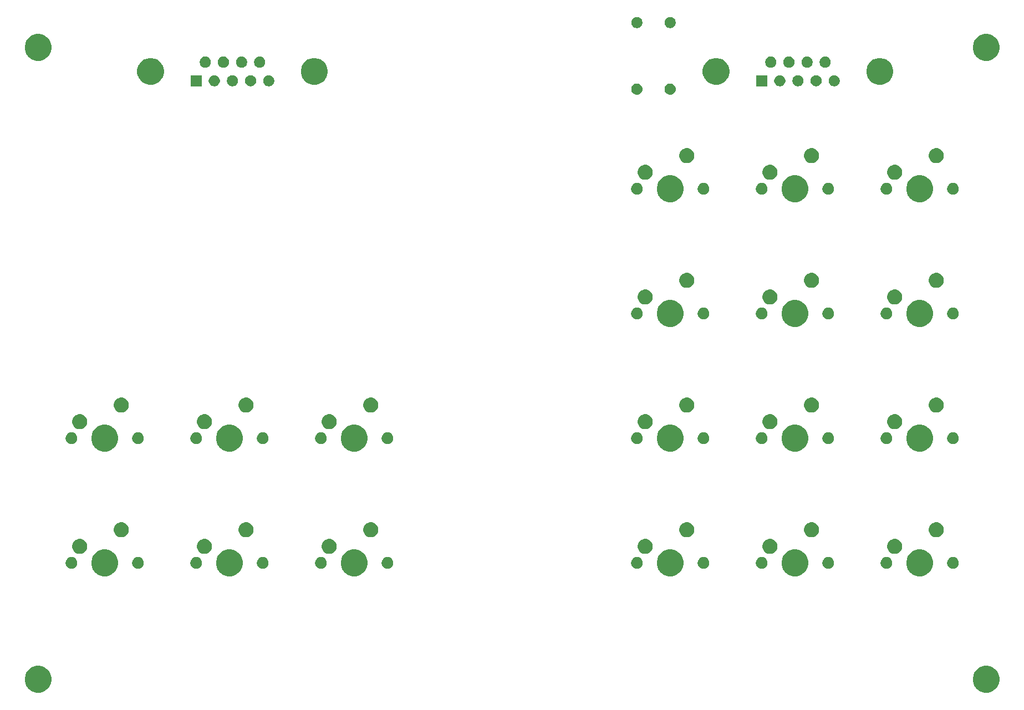
<source format=gbr>
G04 #@! TF.GenerationSoftware,KiCad,Pcbnew,(5.1.2-1)-1*
G04 #@! TF.CreationDate,2020-07-28T22:06:20+02:00*
G04 #@! TF.ProjectId,jamloopy-ctrl,6a616d6c-6f6f-4707-992d-6374726c2e6b,rev?*
G04 #@! TF.SameCoordinates,Original*
G04 #@! TF.FileFunction,Soldermask,Bot*
G04 #@! TF.FilePolarity,Negative*
%FSLAX46Y46*%
G04 Gerber Fmt 4.6, Leading zero omitted, Abs format (unit mm)*
G04 Created by KiCad (PCBNEW (5.1.2-1)-1) date 2020-07-28 22:06:20*
%MOMM*%
%LPD*%
G04 APERTURE LIST*
%ADD10C,0.100000*%
G04 APERTURE END LIST*
D10*
G36*
X229198254Y-146617818D02*
G01*
X229571511Y-146772426D01*
X229571513Y-146772427D01*
X229907436Y-146996884D01*
X230193116Y-147282564D01*
X230417574Y-147618489D01*
X230572182Y-147991746D01*
X230651000Y-148387993D01*
X230651000Y-148792007D01*
X230572182Y-149188254D01*
X230417574Y-149561511D01*
X230417573Y-149561513D01*
X230193116Y-149897436D01*
X229907436Y-150183116D01*
X229571513Y-150407573D01*
X229571512Y-150407574D01*
X229571511Y-150407574D01*
X229198254Y-150562182D01*
X228802007Y-150641000D01*
X228397993Y-150641000D01*
X228001746Y-150562182D01*
X227628489Y-150407574D01*
X227628488Y-150407574D01*
X227628487Y-150407573D01*
X227292564Y-150183116D01*
X227006884Y-149897436D01*
X226782427Y-149561513D01*
X226782426Y-149561511D01*
X226627818Y-149188254D01*
X226549000Y-148792007D01*
X226549000Y-148387993D01*
X226627818Y-147991746D01*
X226782426Y-147618489D01*
X227006884Y-147282564D01*
X227292564Y-146996884D01*
X227628487Y-146772427D01*
X227628489Y-146772426D01*
X228001746Y-146617818D01*
X228397993Y-146539000D01*
X228802007Y-146539000D01*
X229198254Y-146617818D01*
X229198254Y-146617818D01*
G37*
G36*
X84418254Y-146617818D02*
G01*
X84791511Y-146772426D01*
X84791513Y-146772427D01*
X85127436Y-146996884D01*
X85413116Y-147282564D01*
X85637574Y-147618489D01*
X85792182Y-147991746D01*
X85871000Y-148387993D01*
X85871000Y-148792007D01*
X85792182Y-149188254D01*
X85637574Y-149561511D01*
X85637573Y-149561513D01*
X85413116Y-149897436D01*
X85127436Y-150183116D01*
X84791513Y-150407573D01*
X84791512Y-150407574D01*
X84791511Y-150407574D01*
X84418254Y-150562182D01*
X84022007Y-150641000D01*
X83617993Y-150641000D01*
X83221746Y-150562182D01*
X82848489Y-150407574D01*
X82848488Y-150407574D01*
X82848487Y-150407573D01*
X82512564Y-150183116D01*
X82226884Y-149897436D01*
X82002427Y-149561513D01*
X82002426Y-149561511D01*
X81847818Y-149188254D01*
X81769000Y-148792007D01*
X81769000Y-148387993D01*
X81847818Y-147991746D01*
X82002426Y-147618489D01*
X82226884Y-147282564D01*
X82512564Y-146996884D01*
X82848487Y-146772427D01*
X82848489Y-146772426D01*
X83221746Y-146617818D01*
X83617993Y-146539000D01*
X84022007Y-146539000D01*
X84418254Y-146617818D01*
X84418254Y-146617818D01*
G37*
G36*
X180938254Y-128837818D02*
G01*
X181311511Y-128992426D01*
X181311513Y-128992427D01*
X181647436Y-129216884D01*
X181933116Y-129502564D01*
X182157574Y-129838489D01*
X182312182Y-130211746D01*
X182391000Y-130607993D01*
X182391000Y-131012007D01*
X182312182Y-131408254D01*
X182157574Y-131781511D01*
X182157573Y-131781513D01*
X181933116Y-132117436D01*
X181647436Y-132403116D01*
X181311513Y-132627573D01*
X181311512Y-132627574D01*
X181311511Y-132627574D01*
X180938254Y-132782182D01*
X180542007Y-132861000D01*
X180137993Y-132861000D01*
X179741746Y-132782182D01*
X179368489Y-132627574D01*
X179368488Y-132627574D01*
X179368487Y-132627573D01*
X179032564Y-132403116D01*
X178746884Y-132117436D01*
X178522427Y-131781513D01*
X178522426Y-131781511D01*
X178367818Y-131408254D01*
X178289000Y-131012007D01*
X178289000Y-130607993D01*
X178367818Y-130211746D01*
X178522426Y-129838489D01*
X178746884Y-129502564D01*
X179032564Y-129216884D01*
X179368487Y-128992427D01*
X179368489Y-128992426D01*
X179741746Y-128837818D01*
X180137993Y-128759000D01*
X180542007Y-128759000D01*
X180938254Y-128837818D01*
X180938254Y-128837818D01*
G37*
G36*
X132678254Y-128837818D02*
G01*
X133051511Y-128992426D01*
X133051513Y-128992427D01*
X133387436Y-129216884D01*
X133673116Y-129502564D01*
X133897574Y-129838489D01*
X134052182Y-130211746D01*
X134131000Y-130607993D01*
X134131000Y-131012007D01*
X134052182Y-131408254D01*
X133897574Y-131781511D01*
X133897573Y-131781513D01*
X133673116Y-132117436D01*
X133387436Y-132403116D01*
X133051513Y-132627573D01*
X133051512Y-132627574D01*
X133051511Y-132627574D01*
X132678254Y-132782182D01*
X132282007Y-132861000D01*
X131877993Y-132861000D01*
X131481746Y-132782182D01*
X131108489Y-132627574D01*
X131108488Y-132627574D01*
X131108487Y-132627573D01*
X130772564Y-132403116D01*
X130486884Y-132117436D01*
X130262427Y-131781513D01*
X130262426Y-131781511D01*
X130107818Y-131408254D01*
X130029000Y-131012007D01*
X130029000Y-130607993D01*
X130107818Y-130211746D01*
X130262426Y-129838489D01*
X130486884Y-129502564D01*
X130772564Y-129216884D01*
X131108487Y-128992427D01*
X131108489Y-128992426D01*
X131481746Y-128837818D01*
X131877993Y-128759000D01*
X132282007Y-128759000D01*
X132678254Y-128837818D01*
X132678254Y-128837818D01*
G37*
G36*
X113628254Y-128837818D02*
G01*
X114001511Y-128992426D01*
X114001513Y-128992427D01*
X114337436Y-129216884D01*
X114623116Y-129502564D01*
X114847574Y-129838489D01*
X115002182Y-130211746D01*
X115081000Y-130607993D01*
X115081000Y-131012007D01*
X115002182Y-131408254D01*
X114847574Y-131781511D01*
X114847573Y-131781513D01*
X114623116Y-132117436D01*
X114337436Y-132403116D01*
X114001513Y-132627573D01*
X114001512Y-132627574D01*
X114001511Y-132627574D01*
X113628254Y-132782182D01*
X113232007Y-132861000D01*
X112827993Y-132861000D01*
X112431746Y-132782182D01*
X112058489Y-132627574D01*
X112058488Y-132627574D01*
X112058487Y-132627573D01*
X111722564Y-132403116D01*
X111436884Y-132117436D01*
X111212427Y-131781513D01*
X111212426Y-131781511D01*
X111057818Y-131408254D01*
X110979000Y-131012007D01*
X110979000Y-130607993D01*
X111057818Y-130211746D01*
X111212426Y-129838489D01*
X111436884Y-129502564D01*
X111722564Y-129216884D01*
X112058487Y-128992427D01*
X112058489Y-128992426D01*
X112431746Y-128837818D01*
X112827993Y-128759000D01*
X113232007Y-128759000D01*
X113628254Y-128837818D01*
X113628254Y-128837818D01*
G37*
G36*
X94578254Y-128837818D02*
G01*
X94951511Y-128992426D01*
X94951513Y-128992427D01*
X95287436Y-129216884D01*
X95573116Y-129502564D01*
X95797574Y-129838489D01*
X95952182Y-130211746D01*
X96031000Y-130607993D01*
X96031000Y-131012007D01*
X95952182Y-131408254D01*
X95797574Y-131781511D01*
X95797573Y-131781513D01*
X95573116Y-132117436D01*
X95287436Y-132403116D01*
X94951513Y-132627573D01*
X94951512Y-132627574D01*
X94951511Y-132627574D01*
X94578254Y-132782182D01*
X94182007Y-132861000D01*
X93777993Y-132861000D01*
X93381746Y-132782182D01*
X93008489Y-132627574D01*
X93008488Y-132627574D01*
X93008487Y-132627573D01*
X92672564Y-132403116D01*
X92386884Y-132117436D01*
X92162427Y-131781513D01*
X92162426Y-131781511D01*
X92007818Y-131408254D01*
X91929000Y-131012007D01*
X91929000Y-130607993D01*
X92007818Y-130211746D01*
X92162426Y-129838489D01*
X92386884Y-129502564D01*
X92672564Y-129216884D01*
X93008487Y-128992427D01*
X93008489Y-128992426D01*
X93381746Y-128837818D01*
X93777993Y-128759000D01*
X94182007Y-128759000D01*
X94578254Y-128837818D01*
X94578254Y-128837818D01*
G37*
G36*
X199988254Y-128837818D02*
G01*
X200361511Y-128992426D01*
X200361513Y-128992427D01*
X200697436Y-129216884D01*
X200983116Y-129502564D01*
X201207574Y-129838489D01*
X201362182Y-130211746D01*
X201441000Y-130607993D01*
X201441000Y-131012007D01*
X201362182Y-131408254D01*
X201207574Y-131781511D01*
X201207573Y-131781513D01*
X200983116Y-132117436D01*
X200697436Y-132403116D01*
X200361513Y-132627573D01*
X200361512Y-132627574D01*
X200361511Y-132627574D01*
X199988254Y-132782182D01*
X199592007Y-132861000D01*
X199187993Y-132861000D01*
X198791746Y-132782182D01*
X198418489Y-132627574D01*
X198418488Y-132627574D01*
X198418487Y-132627573D01*
X198082564Y-132403116D01*
X197796884Y-132117436D01*
X197572427Y-131781513D01*
X197572426Y-131781511D01*
X197417818Y-131408254D01*
X197339000Y-131012007D01*
X197339000Y-130607993D01*
X197417818Y-130211746D01*
X197572426Y-129838489D01*
X197796884Y-129502564D01*
X198082564Y-129216884D01*
X198418487Y-128992427D01*
X198418489Y-128992426D01*
X198791746Y-128837818D01*
X199187993Y-128759000D01*
X199592007Y-128759000D01*
X199988254Y-128837818D01*
X199988254Y-128837818D01*
G37*
G36*
X219038254Y-128837818D02*
G01*
X219411511Y-128992426D01*
X219411513Y-128992427D01*
X219747436Y-129216884D01*
X220033116Y-129502564D01*
X220257574Y-129838489D01*
X220412182Y-130211746D01*
X220491000Y-130607993D01*
X220491000Y-131012007D01*
X220412182Y-131408254D01*
X220257574Y-131781511D01*
X220257573Y-131781513D01*
X220033116Y-132117436D01*
X219747436Y-132403116D01*
X219411513Y-132627573D01*
X219411512Y-132627574D01*
X219411511Y-132627574D01*
X219038254Y-132782182D01*
X218642007Y-132861000D01*
X218237993Y-132861000D01*
X217841746Y-132782182D01*
X217468489Y-132627574D01*
X217468488Y-132627574D01*
X217468487Y-132627573D01*
X217132564Y-132403116D01*
X216846884Y-132117436D01*
X216622427Y-131781513D01*
X216622426Y-131781511D01*
X216467818Y-131408254D01*
X216389000Y-131012007D01*
X216389000Y-130607993D01*
X216467818Y-130211746D01*
X216622426Y-129838489D01*
X216846884Y-129502564D01*
X217132564Y-129216884D01*
X217468487Y-128992427D01*
X217468489Y-128992426D01*
X217841746Y-128837818D01*
X218237993Y-128759000D01*
X218642007Y-128759000D01*
X219038254Y-128837818D01*
X219038254Y-128837818D01*
G37*
G36*
X118223512Y-129913927D02*
G01*
X118372812Y-129943624D01*
X118536784Y-130011544D01*
X118684354Y-130110147D01*
X118809853Y-130235646D01*
X118908456Y-130383216D01*
X118976376Y-130547188D01*
X119011000Y-130721259D01*
X119011000Y-130898741D01*
X118976376Y-131072812D01*
X118908456Y-131236784D01*
X118809853Y-131384354D01*
X118684354Y-131509853D01*
X118536784Y-131608456D01*
X118372812Y-131676376D01*
X118223512Y-131706073D01*
X118198742Y-131711000D01*
X118021258Y-131711000D01*
X117996488Y-131706073D01*
X117847188Y-131676376D01*
X117683216Y-131608456D01*
X117535646Y-131509853D01*
X117410147Y-131384354D01*
X117311544Y-131236784D01*
X117243624Y-131072812D01*
X117209000Y-130898741D01*
X117209000Y-130721259D01*
X117243624Y-130547188D01*
X117311544Y-130383216D01*
X117410147Y-130235646D01*
X117535646Y-130110147D01*
X117683216Y-130011544D01*
X117847188Y-129943624D01*
X117996488Y-129913927D01*
X118021258Y-129909000D01*
X118198742Y-129909000D01*
X118223512Y-129913927D01*
X118223512Y-129913927D01*
G37*
G36*
X108063512Y-129913927D02*
G01*
X108212812Y-129943624D01*
X108376784Y-130011544D01*
X108524354Y-130110147D01*
X108649853Y-130235646D01*
X108748456Y-130383216D01*
X108816376Y-130547188D01*
X108851000Y-130721259D01*
X108851000Y-130898741D01*
X108816376Y-131072812D01*
X108748456Y-131236784D01*
X108649853Y-131384354D01*
X108524354Y-131509853D01*
X108376784Y-131608456D01*
X108212812Y-131676376D01*
X108063512Y-131706073D01*
X108038742Y-131711000D01*
X107861258Y-131711000D01*
X107836488Y-131706073D01*
X107687188Y-131676376D01*
X107523216Y-131608456D01*
X107375646Y-131509853D01*
X107250147Y-131384354D01*
X107151544Y-131236784D01*
X107083624Y-131072812D01*
X107049000Y-130898741D01*
X107049000Y-130721259D01*
X107083624Y-130547188D01*
X107151544Y-130383216D01*
X107250147Y-130235646D01*
X107375646Y-130110147D01*
X107523216Y-130011544D01*
X107687188Y-129943624D01*
X107836488Y-129913927D01*
X107861258Y-129909000D01*
X108038742Y-129909000D01*
X108063512Y-129913927D01*
X108063512Y-129913927D01*
G37*
G36*
X99173512Y-129913927D02*
G01*
X99322812Y-129943624D01*
X99486784Y-130011544D01*
X99634354Y-130110147D01*
X99759853Y-130235646D01*
X99858456Y-130383216D01*
X99926376Y-130547188D01*
X99961000Y-130721259D01*
X99961000Y-130898741D01*
X99926376Y-131072812D01*
X99858456Y-131236784D01*
X99759853Y-131384354D01*
X99634354Y-131509853D01*
X99486784Y-131608456D01*
X99322812Y-131676376D01*
X99173512Y-131706073D01*
X99148742Y-131711000D01*
X98971258Y-131711000D01*
X98946488Y-131706073D01*
X98797188Y-131676376D01*
X98633216Y-131608456D01*
X98485646Y-131509853D01*
X98360147Y-131384354D01*
X98261544Y-131236784D01*
X98193624Y-131072812D01*
X98159000Y-130898741D01*
X98159000Y-130721259D01*
X98193624Y-130547188D01*
X98261544Y-130383216D01*
X98360147Y-130235646D01*
X98485646Y-130110147D01*
X98633216Y-130011544D01*
X98797188Y-129943624D01*
X98946488Y-129913927D01*
X98971258Y-129909000D01*
X99148742Y-129909000D01*
X99173512Y-129913927D01*
X99173512Y-129913927D01*
G37*
G36*
X89013512Y-129913927D02*
G01*
X89162812Y-129943624D01*
X89326784Y-130011544D01*
X89474354Y-130110147D01*
X89599853Y-130235646D01*
X89698456Y-130383216D01*
X89766376Y-130547188D01*
X89801000Y-130721259D01*
X89801000Y-130898741D01*
X89766376Y-131072812D01*
X89698456Y-131236784D01*
X89599853Y-131384354D01*
X89474354Y-131509853D01*
X89326784Y-131608456D01*
X89162812Y-131676376D01*
X89013512Y-131706073D01*
X88988742Y-131711000D01*
X88811258Y-131711000D01*
X88786488Y-131706073D01*
X88637188Y-131676376D01*
X88473216Y-131608456D01*
X88325646Y-131509853D01*
X88200147Y-131384354D01*
X88101544Y-131236784D01*
X88033624Y-131072812D01*
X87999000Y-130898741D01*
X87999000Y-130721259D01*
X88033624Y-130547188D01*
X88101544Y-130383216D01*
X88200147Y-130235646D01*
X88325646Y-130110147D01*
X88473216Y-130011544D01*
X88637188Y-129943624D01*
X88786488Y-129913927D01*
X88811258Y-129909000D01*
X88988742Y-129909000D01*
X89013512Y-129913927D01*
X89013512Y-129913927D01*
G37*
G36*
X175373512Y-129913927D02*
G01*
X175522812Y-129943624D01*
X175686784Y-130011544D01*
X175834354Y-130110147D01*
X175959853Y-130235646D01*
X176058456Y-130383216D01*
X176126376Y-130547188D01*
X176161000Y-130721259D01*
X176161000Y-130898741D01*
X176126376Y-131072812D01*
X176058456Y-131236784D01*
X175959853Y-131384354D01*
X175834354Y-131509853D01*
X175686784Y-131608456D01*
X175522812Y-131676376D01*
X175373512Y-131706073D01*
X175348742Y-131711000D01*
X175171258Y-131711000D01*
X175146488Y-131706073D01*
X174997188Y-131676376D01*
X174833216Y-131608456D01*
X174685646Y-131509853D01*
X174560147Y-131384354D01*
X174461544Y-131236784D01*
X174393624Y-131072812D01*
X174359000Y-130898741D01*
X174359000Y-130721259D01*
X174393624Y-130547188D01*
X174461544Y-130383216D01*
X174560147Y-130235646D01*
X174685646Y-130110147D01*
X174833216Y-130011544D01*
X174997188Y-129943624D01*
X175146488Y-129913927D01*
X175171258Y-129909000D01*
X175348742Y-129909000D01*
X175373512Y-129913927D01*
X175373512Y-129913927D01*
G37*
G36*
X185533512Y-129913927D02*
G01*
X185682812Y-129943624D01*
X185846784Y-130011544D01*
X185994354Y-130110147D01*
X186119853Y-130235646D01*
X186218456Y-130383216D01*
X186286376Y-130547188D01*
X186321000Y-130721259D01*
X186321000Y-130898741D01*
X186286376Y-131072812D01*
X186218456Y-131236784D01*
X186119853Y-131384354D01*
X185994354Y-131509853D01*
X185846784Y-131608456D01*
X185682812Y-131676376D01*
X185533512Y-131706073D01*
X185508742Y-131711000D01*
X185331258Y-131711000D01*
X185306488Y-131706073D01*
X185157188Y-131676376D01*
X184993216Y-131608456D01*
X184845646Y-131509853D01*
X184720147Y-131384354D01*
X184621544Y-131236784D01*
X184553624Y-131072812D01*
X184519000Y-130898741D01*
X184519000Y-130721259D01*
X184553624Y-130547188D01*
X184621544Y-130383216D01*
X184720147Y-130235646D01*
X184845646Y-130110147D01*
X184993216Y-130011544D01*
X185157188Y-129943624D01*
X185306488Y-129913927D01*
X185331258Y-129909000D01*
X185508742Y-129909000D01*
X185533512Y-129913927D01*
X185533512Y-129913927D01*
G37*
G36*
X127113512Y-129913927D02*
G01*
X127262812Y-129943624D01*
X127426784Y-130011544D01*
X127574354Y-130110147D01*
X127699853Y-130235646D01*
X127798456Y-130383216D01*
X127866376Y-130547188D01*
X127901000Y-130721259D01*
X127901000Y-130898741D01*
X127866376Y-131072812D01*
X127798456Y-131236784D01*
X127699853Y-131384354D01*
X127574354Y-131509853D01*
X127426784Y-131608456D01*
X127262812Y-131676376D01*
X127113512Y-131706073D01*
X127088742Y-131711000D01*
X126911258Y-131711000D01*
X126886488Y-131706073D01*
X126737188Y-131676376D01*
X126573216Y-131608456D01*
X126425646Y-131509853D01*
X126300147Y-131384354D01*
X126201544Y-131236784D01*
X126133624Y-131072812D01*
X126099000Y-130898741D01*
X126099000Y-130721259D01*
X126133624Y-130547188D01*
X126201544Y-130383216D01*
X126300147Y-130235646D01*
X126425646Y-130110147D01*
X126573216Y-130011544D01*
X126737188Y-129943624D01*
X126886488Y-129913927D01*
X126911258Y-129909000D01*
X127088742Y-129909000D01*
X127113512Y-129913927D01*
X127113512Y-129913927D01*
G37*
G36*
X137273512Y-129913927D02*
G01*
X137422812Y-129943624D01*
X137586784Y-130011544D01*
X137734354Y-130110147D01*
X137859853Y-130235646D01*
X137958456Y-130383216D01*
X138026376Y-130547188D01*
X138061000Y-130721259D01*
X138061000Y-130898741D01*
X138026376Y-131072812D01*
X137958456Y-131236784D01*
X137859853Y-131384354D01*
X137734354Y-131509853D01*
X137586784Y-131608456D01*
X137422812Y-131676376D01*
X137273512Y-131706073D01*
X137248742Y-131711000D01*
X137071258Y-131711000D01*
X137046488Y-131706073D01*
X136897188Y-131676376D01*
X136733216Y-131608456D01*
X136585646Y-131509853D01*
X136460147Y-131384354D01*
X136361544Y-131236784D01*
X136293624Y-131072812D01*
X136259000Y-130898741D01*
X136259000Y-130721259D01*
X136293624Y-130547188D01*
X136361544Y-130383216D01*
X136460147Y-130235646D01*
X136585646Y-130110147D01*
X136733216Y-130011544D01*
X136897188Y-129943624D01*
X137046488Y-129913927D01*
X137071258Y-129909000D01*
X137248742Y-129909000D01*
X137273512Y-129913927D01*
X137273512Y-129913927D01*
G37*
G36*
X194423512Y-129913927D02*
G01*
X194572812Y-129943624D01*
X194736784Y-130011544D01*
X194884354Y-130110147D01*
X195009853Y-130235646D01*
X195108456Y-130383216D01*
X195176376Y-130547188D01*
X195211000Y-130721259D01*
X195211000Y-130898741D01*
X195176376Y-131072812D01*
X195108456Y-131236784D01*
X195009853Y-131384354D01*
X194884354Y-131509853D01*
X194736784Y-131608456D01*
X194572812Y-131676376D01*
X194423512Y-131706073D01*
X194398742Y-131711000D01*
X194221258Y-131711000D01*
X194196488Y-131706073D01*
X194047188Y-131676376D01*
X193883216Y-131608456D01*
X193735646Y-131509853D01*
X193610147Y-131384354D01*
X193511544Y-131236784D01*
X193443624Y-131072812D01*
X193409000Y-130898741D01*
X193409000Y-130721259D01*
X193443624Y-130547188D01*
X193511544Y-130383216D01*
X193610147Y-130235646D01*
X193735646Y-130110147D01*
X193883216Y-130011544D01*
X194047188Y-129943624D01*
X194196488Y-129913927D01*
X194221258Y-129909000D01*
X194398742Y-129909000D01*
X194423512Y-129913927D01*
X194423512Y-129913927D01*
G37*
G36*
X223633512Y-129913927D02*
G01*
X223782812Y-129943624D01*
X223946784Y-130011544D01*
X224094354Y-130110147D01*
X224219853Y-130235646D01*
X224318456Y-130383216D01*
X224386376Y-130547188D01*
X224421000Y-130721259D01*
X224421000Y-130898741D01*
X224386376Y-131072812D01*
X224318456Y-131236784D01*
X224219853Y-131384354D01*
X224094354Y-131509853D01*
X223946784Y-131608456D01*
X223782812Y-131676376D01*
X223633512Y-131706073D01*
X223608742Y-131711000D01*
X223431258Y-131711000D01*
X223406488Y-131706073D01*
X223257188Y-131676376D01*
X223093216Y-131608456D01*
X222945646Y-131509853D01*
X222820147Y-131384354D01*
X222721544Y-131236784D01*
X222653624Y-131072812D01*
X222619000Y-130898741D01*
X222619000Y-130721259D01*
X222653624Y-130547188D01*
X222721544Y-130383216D01*
X222820147Y-130235646D01*
X222945646Y-130110147D01*
X223093216Y-130011544D01*
X223257188Y-129943624D01*
X223406488Y-129913927D01*
X223431258Y-129909000D01*
X223608742Y-129909000D01*
X223633512Y-129913927D01*
X223633512Y-129913927D01*
G37*
G36*
X204583512Y-129913927D02*
G01*
X204732812Y-129943624D01*
X204896784Y-130011544D01*
X205044354Y-130110147D01*
X205169853Y-130235646D01*
X205268456Y-130383216D01*
X205336376Y-130547188D01*
X205371000Y-130721259D01*
X205371000Y-130898741D01*
X205336376Y-131072812D01*
X205268456Y-131236784D01*
X205169853Y-131384354D01*
X205044354Y-131509853D01*
X204896784Y-131608456D01*
X204732812Y-131676376D01*
X204583512Y-131706073D01*
X204558742Y-131711000D01*
X204381258Y-131711000D01*
X204356488Y-131706073D01*
X204207188Y-131676376D01*
X204043216Y-131608456D01*
X203895646Y-131509853D01*
X203770147Y-131384354D01*
X203671544Y-131236784D01*
X203603624Y-131072812D01*
X203569000Y-130898741D01*
X203569000Y-130721259D01*
X203603624Y-130547188D01*
X203671544Y-130383216D01*
X203770147Y-130235646D01*
X203895646Y-130110147D01*
X204043216Y-130011544D01*
X204207188Y-129943624D01*
X204356488Y-129913927D01*
X204381258Y-129909000D01*
X204558742Y-129909000D01*
X204583512Y-129913927D01*
X204583512Y-129913927D01*
G37*
G36*
X213473512Y-129913927D02*
G01*
X213622812Y-129943624D01*
X213786784Y-130011544D01*
X213934354Y-130110147D01*
X214059853Y-130235646D01*
X214158456Y-130383216D01*
X214226376Y-130547188D01*
X214261000Y-130721259D01*
X214261000Y-130898741D01*
X214226376Y-131072812D01*
X214158456Y-131236784D01*
X214059853Y-131384354D01*
X213934354Y-131509853D01*
X213786784Y-131608456D01*
X213622812Y-131676376D01*
X213473512Y-131706073D01*
X213448742Y-131711000D01*
X213271258Y-131711000D01*
X213246488Y-131706073D01*
X213097188Y-131676376D01*
X212933216Y-131608456D01*
X212785646Y-131509853D01*
X212660147Y-131384354D01*
X212561544Y-131236784D01*
X212493624Y-131072812D01*
X212459000Y-130898741D01*
X212459000Y-130721259D01*
X212493624Y-130547188D01*
X212561544Y-130383216D01*
X212660147Y-130235646D01*
X212785646Y-130110147D01*
X212933216Y-130011544D01*
X213097188Y-129943624D01*
X213246488Y-129913927D01*
X213271258Y-129909000D01*
X213448742Y-129909000D01*
X213473512Y-129913927D01*
X213473512Y-129913927D01*
G37*
G36*
X214854549Y-127141116D02*
G01*
X214965734Y-127163232D01*
X215175203Y-127249997D01*
X215363720Y-127375960D01*
X215524040Y-127536280D01*
X215650003Y-127724797D01*
X215736768Y-127934266D01*
X215781000Y-128156636D01*
X215781000Y-128383364D01*
X215736768Y-128605734D01*
X215650003Y-128815203D01*
X215524040Y-129003720D01*
X215363720Y-129164040D01*
X215175203Y-129290003D01*
X214965734Y-129376768D01*
X214854549Y-129398884D01*
X214743365Y-129421000D01*
X214516635Y-129421000D01*
X214405451Y-129398884D01*
X214294266Y-129376768D01*
X214084797Y-129290003D01*
X213896280Y-129164040D01*
X213735960Y-129003720D01*
X213609997Y-128815203D01*
X213523232Y-128605734D01*
X213479000Y-128383364D01*
X213479000Y-128156636D01*
X213523232Y-127934266D01*
X213609997Y-127724797D01*
X213735960Y-127536280D01*
X213896280Y-127375960D01*
X214084797Y-127249997D01*
X214294266Y-127163232D01*
X214405451Y-127141116D01*
X214516635Y-127119000D01*
X214743365Y-127119000D01*
X214854549Y-127141116D01*
X214854549Y-127141116D01*
G37*
G36*
X195804549Y-127141116D02*
G01*
X195915734Y-127163232D01*
X196125203Y-127249997D01*
X196313720Y-127375960D01*
X196474040Y-127536280D01*
X196600003Y-127724797D01*
X196686768Y-127934266D01*
X196731000Y-128156636D01*
X196731000Y-128383364D01*
X196686768Y-128605734D01*
X196600003Y-128815203D01*
X196474040Y-129003720D01*
X196313720Y-129164040D01*
X196125203Y-129290003D01*
X195915734Y-129376768D01*
X195804549Y-129398884D01*
X195693365Y-129421000D01*
X195466635Y-129421000D01*
X195355451Y-129398884D01*
X195244266Y-129376768D01*
X195034797Y-129290003D01*
X194846280Y-129164040D01*
X194685960Y-129003720D01*
X194559997Y-128815203D01*
X194473232Y-128605734D01*
X194429000Y-128383364D01*
X194429000Y-128156636D01*
X194473232Y-127934266D01*
X194559997Y-127724797D01*
X194685960Y-127536280D01*
X194846280Y-127375960D01*
X195034797Y-127249997D01*
X195244266Y-127163232D01*
X195355451Y-127141116D01*
X195466635Y-127119000D01*
X195693365Y-127119000D01*
X195804549Y-127141116D01*
X195804549Y-127141116D01*
G37*
G36*
X109444549Y-127141116D02*
G01*
X109555734Y-127163232D01*
X109765203Y-127249997D01*
X109953720Y-127375960D01*
X110114040Y-127536280D01*
X110240003Y-127724797D01*
X110326768Y-127934266D01*
X110371000Y-128156636D01*
X110371000Y-128383364D01*
X110326768Y-128605734D01*
X110240003Y-128815203D01*
X110114040Y-129003720D01*
X109953720Y-129164040D01*
X109765203Y-129290003D01*
X109555734Y-129376768D01*
X109444549Y-129398884D01*
X109333365Y-129421000D01*
X109106635Y-129421000D01*
X108995451Y-129398884D01*
X108884266Y-129376768D01*
X108674797Y-129290003D01*
X108486280Y-129164040D01*
X108325960Y-129003720D01*
X108199997Y-128815203D01*
X108113232Y-128605734D01*
X108069000Y-128383364D01*
X108069000Y-128156636D01*
X108113232Y-127934266D01*
X108199997Y-127724797D01*
X108325960Y-127536280D01*
X108486280Y-127375960D01*
X108674797Y-127249997D01*
X108884266Y-127163232D01*
X108995451Y-127141116D01*
X109106635Y-127119000D01*
X109333365Y-127119000D01*
X109444549Y-127141116D01*
X109444549Y-127141116D01*
G37*
G36*
X176754549Y-127141116D02*
G01*
X176865734Y-127163232D01*
X177075203Y-127249997D01*
X177263720Y-127375960D01*
X177424040Y-127536280D01*
X177550003Y-127724797D01*
X177636768Y-127934266D01*
X177681000Y-128156636D01*
X177681000Y-128383364D01*
X177636768Y-128605734D01*
X177550003Y-128815203D01*
X177424040Y-129003720D01*
X177263720Y-129164040D01*
X177075203Y-129290003D01*
X176865734Y-129376768D01*
X176754549Y-129398884D01*
X176643365Y-129421000D01*
X176416635Y-129421000D01*
X176305451Y-129398884D01*
X176194266Y-129376768D01*
X175984797Y-129290003D01*
X175796280Y-129164040D01*
X175635960Y-129003720D01*
X175509997Y-128815203D01*
X175423232Y-128605734D01*
X175379000Y-128383364D01*
X175379000Y-128156636D01*
X175423232Y-127934266D01*
X175509997Y-127724797D01*
X175635960Y-127536280D01*
X175796280Y-127375960D01*
X175984797Y-127249997D01*
X176194266Y-127163232D01*
X176305451Y-127141116D01*
X176416635Y-127119000D01*
X176643365Y-127119000D01*
X176754549Y-127141116D01*
X176754549Y-127141116D01*
G37*
G36*
X90394549Y-127141116D02*
G01*
X90505734Y-127163232D01*
X90715203Y-127249997D01*
X90903720Y-127375960D01*
X91064040Y-127536280D01*
X91190003Y-127724797D01*
X91276768Y-127934266D01*
X91321000Y-128156636D01*
X91321000Y-128383364D01*
X91276768Y-128605734D01*
X91190003Y-128815203D01*
X91064040Y-129003720D01*
X90903720Y-129164040D01*
X90715203Y-129290003D01*
X90505734Y-129376768D01*
X90394549Y-129398884D01*
X90283365Y-129421000D01*
X90056635Y-129421000D01*
X89945451Y-129398884D01*
X89834266Y-129376768D01*
X89624797Y-129290003D01*
X89436280Y-129164040D01*
X89275960Y-129003720D01*
X89149997Y-128815203D01*
X89063232Y-128605734D01*
X89019000Y-128383364D01*
X89019000Y-128156636D01*
X89063232Y-127934266D01*
X89149997Y-127724797D01*
X89275960Y-127536280D01*
X89436280Y-127375960D01*
X89624797Y-127249997D01*
X89834266Y-127163232D01*
X89945451Y-127141116D01*
X90056635Y-127119000D01*
X90283365Y-127119000D01*
X90394549Y-127141116D01*
X90394549Y-127141116D01*
G37*
G36*
X128494549Y-127141116D02*
G01*
X128605734Y-127163232D01*
X128815203Y-127249997D01*
X129003720Y-127375960D01*
X129164040Y-127536280D01*
X129290003Y-127724797D01*
X129376768Y-127934266D01*
X129421000Y-128156636D01*
X129421000Y-128383364D01*
X129376768Y-128605734D01*
X129290003Y-128815203D01*
X129164040Y-129003720D01*
X129003720Y-129164040D01*
X128815203Y-129290003D01*
X128605734Y-129376768D01*
X128494549Y-129398884D01*
X128383365Y-129421000D01*
X128156635Y-129421000D01*
X128045451Y-129398884D01*
X127934266Y-129376768D01*
X127724797Y-129290003D01*
X127536280Y-129164040D01*
X127375960Y-129003720D01*
X127249997Y-128815203D01*
X127163232Y-128605734D01*
X127119000Y-128383364D01*
X127119000Y-128156636D01*
X127163232Y-127934266D01*
X127249997Y-127724797D01*
X127375960Y-127536280D01*
X127536280Y-127375960D01*
X127724797Y-127249997D01*
X127934266Y-127163232D01*
X128045451Y-127141116D01*
X128156635Y-127119000D01*
X128383365Y-127119000D01*
X128494549Y-127141116D01*
X128494549Y-127141116D01*
G37*
G36*
X134844549Y-124601116D02*
G01*
X134955734Y-124623232D01*
X135165203Y-124709997D01*
X135353720Y-124835960D01*
X135514040Y-124996280D01*
X135640003Y-125184797D01*
X135726768Y-125394266D01*
X135771000Y-125616636D01*
X135771000Y-125843364D01*
X135726768Y-126065734D01*
X135640003Y-126275203D01*
X135514040Y-126463720D01*
X135353720Y-126624040D01*
X135165203Y-126750003D01*
X134955734Y-126836768D01*
X134844549Y-126858884D01*
X134733365Y-126881000D01*
X134506635Y-126881000D01*
X134395451Y-126858884D01*
X134284266Y-126836768D01*
X134074797Y-126750003D01*
X133886280Y-126624040D01*
X133725960Y-126463720D01*
X133599997Y-126275203D01*
X133513232Y-126065734D01*
X133469000Y-125843364D01*
X133469000Y-125616636D01*
X133513232Y-125394266D01*
X133599997Y-125184797D01*
X133725960Y-124996280D01*
X133886280Y-124835960D01*
X134074797Y-124709997D01*
X134284266Y-124623232D01*
X134395451Y-124601116D01*
X134506635Y-124579000D01*
X134733365Y-124579000D01*
X134844549Y-124601116D01*
X134844549Y-124601116D01*
G37*
G36*
X96744549Y-124601116D02*
G01*
X96855734Y-124623232D01*
X97065203Y-124709997D01*
X97253720Y-124835960D01*
X97414040Y-124996280D01*
X97540003Y-125184797D01*
X97626768Y-125394266D01*
X97671000Y-125616636D01*
X97671000Y-125843364D01*
X97626768Y-126065734D01*
X97540003Y-126275203D01*
X97414040Y-126463720D01*
X97253720Y-126624040D01*
X97065203Y-126750003D01*
X96855734Y-126836768D01*
X96744549Y-126858884D01*
X96633365Y-126881000D01*
X96406635Y-126881000D01*
X96295451Y-126858884D01*
X96184266Y-126836768D01*
X95974797Y-126750003D01*
X95786280Y-126624040D01*
X95625960Y-126463720D01*
X95499997Y-126275203D01*
X95413232Y-126065734D01*
X95369000Y-125843364D01*
X95369000Y-125616636D01*
X95413232Y-125394266D01*
X95499997Y-125184797D01*
X95625960Y-124996280D01*
X95786280Y-124835960D01*
X95974797Y-124709997D01*
X96184266Y-124623232D01*
X96295451Y-124601116D01*
X96406635Y-124579000D01*
X96633365Y-124579000D01*
X96744549Y-124601116D01*
X96744549Y-124601116D01*
G37*
G36*
X115794549Y-124601116D02*
G01*
X115905734Y-124623232D01*
X116115203Y-124709997D01*
X116303720Y-124835960D01*
X116464040Y-124996280D01*
X116590003Y-125184797D01*
X116676768Y-125394266D01*
X116721000Y-125616636D01*
X116721000Y-125843364D01*
X116676768Y-126065734D01*
X116590003Y-126275203D01*
X116464040Y-126463720D01*
X116303720Y-126624040D01*
X116115203Y-126750003D01*
X115905734Y-126836768D01*
X115794549Y-126858884D01*
X115683365Y-126881000D01*
X115456635Y-126881000D01*
X115345451Y-126858884D01*
X115234266Y-126836768D01*
X115024797Y-126750003D01*
X114836280Y-126624040D01*
X114675960Y-126463720D01*
X114549997Y-126275203D01*
X114463232Y-126065734D01*
X114419000Y-125843364D01*
X114419000Y-125616636D01*
X114463232Y-125394266D01*
X114549997Y-125184797D01*
X114675960Y-124996280D01*
X114836280Y-124835960D01*
X115024797Y-124709997D01*
X115234266Y-124623232D01*
X115345451Y-124601116D01*
X115456635Y-124579000D01*
X115683365Y-124579000D01*
X115794549Y-124601116D01*
X115794549Y-124601116D01*
G37*
G36*
X221204549Y-124601116D02*
G01*
X221315734Y-124623232D01*
X221525203Y-124709997D01*
X221713720Y-124835960D01*
X221874040Y-124996280D01*
X222000003Y-125184797D01*
X222086768Y-125394266D01*
X222131000Y-125616636D01*
X222131000Y-125843364D01*
X222086768Y-126065734D01*
X222000003Y-126275203D01*
X221874040Y-126463720D01*
X221713720Y-126624040D01*
X221525203Y-126750003D01*
X221315734Y-126836768D01*
X221204549Y-126858884D01*
X221093365Y-126881000D01*
X220866635Y-126881000D01*
X220755451Y-126858884D01*
X220644266Y-126836768D01*
X220434797Y-126750003D01*
X220246280Y-126624040D01*
X220085960Y-126463720D01*
X219959997Y-126275203D01*
X219873232Y-126065734D01*
X219829000Y-125843364D01*
X219829000Y-125616636D01*
X219873232Y-125394266D01*
X219959997Y-125184797D01*
X220085960Y-124996280D01*
X220246280Y-124835960D01*
X220434797Y-124709997D01*
X220644266Y-124623232D01*
X220755451Y-124601116D01*
X220866635Y-124579000D01*
X221093365Y-124579000D01*
X221204549Y-124601116D01*
X221204549Y-124601116D01*
G37*
G36*
X202154549Y-124601116D02*
G01*
X202265734Y-124623232D01*
X202475203Y-124709997D01*
X202663720Y-124835960D01*
X202824040Y-124996280D01*
X202950003Y-125184797D01*
X203036768Y-125394266D01*
X203081000Y-125616636D01*
X203081000Y-125843364D01*
X203036768Y-126065734D01*
X202950003Y-126275203D01*
X202824040Y-126463720D01*
X202663720Y-126624040D01*
X202475203Y-126750003D01*
X202265734Y-126836768D01*
X202154549Y-126858884D01*
X202043365Y-126881000D01*
X201816635Y-126881000D01*
X201705451Y-126858884D01*
X201594266Y-126836768D01*
X201384797Y-126750003D01*
X201196280Y-126624040D01*
X201035960Y-126463720D01*
X200909997Y-126275203D01*
X200823232Y-126065734D01*
X200779000Y-125843364D01*
X200779000Y-125616636D01*
X200823232Y-125394266D01*
X200909997Y-125184797D01*
X201035960Y-124996280D01*
X201196280Y-124835960D01*
X201384797Y-124709997D01*
X201594266Y-124623232D01*
X201705451Y-124601116D01*
X201816635Y-124579000D01*
X202043365Y-124579000D01*
X202154549Y-124601116D01*
X202154549Y-124601116D01*
G37*
G36*
X183104549Y-124601116D02*
G01*
X183215734Y-124623232D01*
X183425203Y-124709997D01*
X183613720Y-124835960D01*
X183774040Y-124996280D01*
X183900003Y-125184797D01*
X183986768Y-125394266D01*
X184031000Y-125616636D01*
X184031000Y-125843364D01*
X183986768Y-126065734D01*
X183900003Y-126275203D01*
X183774040Y-126463720D01*
X183613720Y-126624040D01*
X183425203Y-126750003D01*
X183215734Y-126836768D01*
X183104549Y-126858884D01*
X182993365Y-126881000D01*
X182766635Y-126881000D01*
X182655451Y-126858884D01*
X182544266Y-126836768D01*
X182334797Y-126750003D01*
X182146280Y-126624040D01*
X181985960Y-126463720D01*
X181859997Y-126275203D01*
X181773232Y-126065734D01*
X181729000Y-125843364D01*
X181729000Y-125616636D01*
X181773232Y-125394266D01*
X181859997Y-125184797D01*
X181985960Y-124996280D01*
X182146280Y-124835960D01*
X182334797Y-124709997D01*
X182544266Y-124623232D01*
X182655451Y-124601116D01*
X182766635Y-124579000D01*
X182993365Y-124579000D01*
X183104549Y-124601116D01*
X183104549Y-124601116D01*
G37*
G36*
X132678254Y-109787818D02*
G01*
X133051511Y-109942426D01*
X133051513Y-109942427D01*
X133387436Y-110166884D01*
X133673116Y-110452564D01*
X133897574Y-110788489D01*
X134052182Y-111161746D01*
X134131000Y-111557993D01*
X134131000Y-111962007D01*
X134052182Y-112358254D01*
X133897574Y-112731511D01*
X133897573Y-112731513D01*
X133673116Y-113067436D01*
X133387436Y-113353116D01*
X133051513Y-113577573D01*
X133051512Y-113577574D01*
X133051511Y-113577574D01*
X132678254Y-113732182D01*
X132282007Y-113811000D01*
X131877993Y-113811000D01*
X131481746Y-113732182D01*
X131108489Y-113577574D01*
X131108488Y-113577574D01*
X131108487Y-113577573D01*
X130772564Y-113353116D01*
X130486884Y-113067436D01*
X130262427Y-112731513D01*
X130262426Y-112731511D01*
X130107818Y-112358254D01*
X130029000Y-111962007D01*
X130029000Y-111557993D01*
X130107818Y-111161746D01*
X130262426Y-110788489D01*
X130486884Y-110452564D01*
X130772564Y-110166884D01*
X131108487Y-109942427D01*
X131108489Y-109942426D01*
X131481746Y-109787818D01*
X131877993Y-109709000D01*
X132282007Y-109709000D01*
X132678254Y-109787818D01*
X132678254Y-109787818D01*
G37*
G36*
X94578254Y-109787818D02*
G01*
X94951511Y-109942426D01*
X94951513Y-109942427D01*
X95287436Y-110166884D01*
X95573116Y-110452564D01*
X95797574Y-110788489D01*
X95952182Y-111161746D01*
X96031000Y-111557993D01*
X96031000Y-111962007D01*
X95952182Y-112358254D01*
X95797574Y-112731511D01*
X95797573Y-112731513D01*
X95573116Y-113067436D01*
X95287436Y-113353116D01*
X94951513Y-113577573D01*
X94951512Y-113577574D01*
X94951511Y-113577574D01*
X94578254Y-113732182D01*
X94182007Y-113811000D01*
X93777993Y-113811000D01*
X93381746Y-113732182D01*
X93008489Y-113577574D01*
X93008488Y-113577574D01*
X93008487Y-113577573D01*
X92672564Y-113353116D01*
X92386884Y-113067436D01*
X92162427Y-112731513D01*
X92162426Y-112731511D01*
X92007818Y-112358254D01*
X91929000Y-111962007D01*
X91929000Y-111557993D01*
X92007818Y-111161746D01*
X92162426Y-110788489D01*
X92386884Y-110452564D01*
X92672564Y-110166884D01*
X93008487Y-109942427D01*
X93008489Y-109942426D01*
X93381746Y-109787818D01*
X93777993Y-109709000D01*
X94182007Y-109709000D01*
X94578254Y-109787818D01*
X94578254Y-109787818D01*
G37*
G36*
X113628254Y-109787818D02*
G01*
X114001511Y-109942426D01*
X114001513Y-109942427D01*
X114337436Y-110166884D01*
X114623116Y-110452564D01*
X114847574Y-110788489D01*
X115002182Y-111161746D01*
X115081000Y-111557993D01*
X115081000Y-111962007D01*
X115002182Y-112358254D01*
X114847574Y-112731511D01*
X114847573Y-112731513D01*
X114623116Y-113067436D01*
X114337436Y-113353116D01*
X114001513Y-113577573D01*
X114001512Y-113577574D01*
X114001511Y-113577574D01*
X113628254Y-113732182D01*
X113232007Y-113811000D01*
X112827993Y-113811000D01*
X112431746Y-113732182D01*
X112058489Y-113577574D01*
X112058488Y-113577574D01*
X112058487Y-113577573D01*
X111722564Y-113353116D01*
X111436884Y-113067436D01*
X111212427Y-112731513D01*
X111212426Y-112731511D01*
X111057818Y-112358254D01*
X110979000Y-111962007D01*
X110979000Y-111557993D01*
X111057818Y-111161746D01*
X111212426Y-110788489D01*
X111436884Y-110452564D01*
X111722564Y-110166884D01*
X112058487Y-109942427D01*
X112058489Y-109942426D01*
X112431746Y-109787818D01*
X112827993Y-109709000D01*
X113232007Y-109709000D01*
X113628254Y-109787818D01*
X113628254Y-109787818D01*
G37*
G36*
X180938254Y-109787818D02*
G01*
X181311511Y-109942426D01*
X181311513Y-109942427D01*
X181647436Y-110166884D01*
X181933116Y-110452564D01*
X182157574Y-110788489D01*
X182312182Y-111161746D01*
X182391000Y-111557993D01*
X182391000Y-111962007D01*
X182312182Y-112358254D01*
X182157574Y-112731511D01*
X182157573Y-112731513D01*
X181933116Y-113067436D01*
X181647436Y-113353116D01*
X181311513Y-113577573D01*
X181311512Y-113577574D01*
X181311511Y-113577574D01*
X180938254Y-113732182D01*
X180542007Y-113811000D01*
X180137993Y-113811000D01*
X179741746Y-113732182D01*
X179368489Y-113577574D01*
X179368488Y-113577574D01*
X179368487Y-113577573D01*
X179032564Y-113353116D01*
X178746884Y-113067436D01*
X178522427Y-112731513D01*
X178522426Y-112731511D01*
X178367818Y-112358254D01*
X178289000Y-111962007D01*
X178289000Y-111557993D01*
X178367818Y-111161746D01*
X178522426Y-110788489D01*
X178746884Y-110452564D01*
X179032564Y-110166884D01*
X179368487Y-109942427D01*
X179368489Y-109942426D01*
X179741746Y-109787818D01*
X180137993Y-109709000D01*
X180542007Y-109709000D01*
X180938254Y-109787818D01*
X180938254Y-109787818D01*
G37*
G36*
X199988254Y-109787818D02*
G01*
X200361511Y-109942426D01*
X200361513Y-109942427D01*
X200697436Y-110166884D01*
X200983116Y-110452564D01*
X201207574Y-110788489D01*
X201362182Y-111161746D01*
X201441000Y-111557993D01*
X201441000Y-111962007D01*
X201362182Y-112358254D01*
X201207574Y-112731511D01*
X201207573Y-112731513D01*
X200983116Y-113067436D01*
X200697436Y-113353116D01*
X200361513Y-113577573D01*
X200361512Y-113577574D01*
X200361511Y-113577574D01*
X199988254Y-113732182D01*
X199592007Y-113811000D01*
X199187993Y-113811000D01*
X198791746Y-113732182D01*
X198418489Y-113577574D01*
X198418488Y-113577574D01*
X198418487Y-113577573D01*
X198082564Y-113353116D01*
X197796884Y-113067436D01*
X197572427Y-112731513D01*
X197572426Y-112731511D01*
X197417818Y-112358254D01*
X197339000Y-111962007D01*
X197339000Y-111557993D01*
X197417818Y-111161746D01*
X197572426Y-110788489D01*
X197796884Y-110452564D01*
X198082564Y-110166884D01*
X198418487Y-109942427D01*
X198418489Y-109942426D01*
X198791746Y-109787818D01*
X199187993Y-109709000D01*
X199592007Y-109709000D01*
X199988254Y-109787818D01*
X199988254Y-109787818D01*
G37*
G36*
X219038254Y-109787818D02*
G01*
X219411511Y-109942426D01*
X219411513Y-109942427D01*
X219747436Y-110166884D01*
X220033116Y-110452564D01*
X220257574Y-110788489D01*
X220412182Y-111161746D01*
X220491000Y-111557993D01*
X220491000Y-111962007D01*
X220412182Y-112358254D01*
X220257574Y-112731511D01*
X220257573Y-112731513D01*
X220033116Y-113067436D01*
X219747436Y-113353116D01*
X219411513Y-113577573D01*
X219411512Y-113577574D01*
X219411511Y-113577574D01*
X219038254Y-113732182D01*
X218642007Y-113811000D01*
X218237993Y-113811000D01*
X217841746Y-113732182D01*
X217468489Y-113577574D01*
X217468488Y-113577574D01*
X217468487Y-113577573D01*
X217132564Y-113353116D01*
X216846884Y-113067436D01*
X216622427Y-112731513D01*
X216622426Y-112731511D01*
X216467818Y-112358254D01*
X216389000Y-111962007D01*
X216389000Y-111557993D01*
X216467818Y-111161746D01*
X216622426Y-110788489D01*
X216846884Y-110452564D01*
X217132564Y-110166884D01*
X217468487Y-109942427D01*
X217468489Y-109942426D01*
X217841746Y-109787818D01*
X218237993Y-109709000D01*
X218642007Y-109709000D01*
X219038254Y-109787818D01*
X219038254Y-109787818D01*
G37*
G36*
X108063512Y-110863927D02*
G01*
X108212812Y-110893624D01*
X108376784Y-110961544D01*
X108524354Y-111060147D01*
X108649853Y-111185646D01*
X108748456Y-111333216D01*
X108816376Y-111497188D01*
X108851000Y-111671259D01*
X108851000Y-111848741D01*
X108816376Y-112022812D01*
X108748456Y-112186784D01*
X108649853Y-112334354D01*
X108524354Y-112459853D01*
X108376784Y-112558456D01*
X108212812Y-112626376D01*
X108063512Y-112656073D01*
X108038742Y-112661000D01*
X107861258Y-112661000D01*
X107836488Y-112656073D01*
X107687188Y-112626376D01*
X107523216Y-112558456D01*
X107375646Y-112459853D01*
X107250147Y-112334354D01*
X107151544Y-112186784D01*
X107083624Y-112022812D01*
X107049000Y-111848741D01*
X107049000Y-111671259D01*
X107083624Y-111497188D01*
X107151544Y-111333216D01*
X107250147Y-111185646D01*
X107375646Y-111060147D01*
X107523216Y-110961544D01*
X107687188Y-110893624D01*
X107836488Y-110863927D01*
X107861258Y-110859000D01*
X108038742Y-110859000D01*
X108063512Y-110863927D01*
X108063512Y-110863927D01*
G37*
G36*
X213473512Y-110863927D02*
G01*
X213622812Y-110893624D01*
X213786784Y-110961544D01*
X213934354Y-111060147D01*
X214059853Y-111185646D01*
X214158456Y-111333216D01*
X214226376Y-111497188D01*
X214261000Y-111671259D01*
X214261000Y-111848741D01*
X214226376Y-112022812D01*
X214158456Y-112186784D01*
X214059853Y-112334354D01*
X213934354Y-112459853D01*
X213786784Y-112558456D01*
X213622812Y-112626376D01*
X213473512Y-112656073D01*
X213448742Y-112661000D01*
X213271258Y-112661000D01*
X213246488Y-112656073D01*
X213097188Y-112626376D01*
X212933216Y-112558456D01*
X212785646Y-112459853D01*
X212660147Y-112334354D01*
X212561544Y-112186784D01*
X212493624Y-112022812D01*
X212459000Y-111848741D01*
X212459000Y-111671259D01*
X212493624Y-111497188D01*
X212561544Y-111333216D01*
X212660147Y-111185646D01*
X212785646Y-111060147D01*
X212933216Y-110961544D01*
X213097188Y-110893624D01*
X213246488Y-110863927D01*
X213271258Y-110859000D01*
X213448742Y-110859000D01*
X213473512Y-110863927D01*
X213473512Y-110863927D01*
G37*
G36*
X223633512Y-110863927D02*
G01*
X223782812Y-110893624D01*
X223946784Y-110961544D01*
X224094354Y-111060147D01*
X224219853Y-111185646D01*
X224318456Y-111333216D01*
X224386376Y-111497188D01*
X224421000Y-111671259D01*
X224421000Y-111848741D01*
X224386376Y-112022812D01*
X224318456Y-112186784D01*
X224219853Y-112334354D01*
X224094354Y-112459853D01*
X223946784Y-112558456D01*
X223782812Y-112626376D01*
X223633512Y-112656073D01*
X223608742Y-112661000D01*
X223431258Y-112661000D01*
X223406488Y-112656073D01*
X223257188Y-112626376D01*
X223093216Y-112558456D01*
X222945646Y-112459853D01*
X222820147Y-112334354D01*
X222721544Y-112186784D01*
X222653624Y-112022812D01*
X222619000Y-111848741D01*
X222619000Y-111671259D01*
X222653624Y-111497188D01*
X222721544Y-111333216D01*
X222820147Y-111185646D01*
X222945646Y-111060147D01*
X223093216Y-110961544D01*
X223257188Y-110893624D01*
X223406488Y-110863927D01*
X223431258Y-110859000D01*
X223608742Y-110859000D01*
X223633512Y-110863927D01*
X223633512Y-110863927D01*
G37*
G36*
X204583512Y-110863927D02*
G01*
X204732812Y-110893624D01*
X204896784Y-110961544D01*
X205044354Y-111060147D01*
X205169853Y-111185646D01*
X205268456Y-111333216D01*
X205336376Y-111497188D01*
X205371000Y-111671259D01*
X205371000Y-111848741D01*
X205336376Y-112022812D01*
X205268456Y-112186784D01*
X205169853Y-112334354D01*
X205044354Y-112459853D01*
X204896784Y-112558456D01*
X204732812Y-112626376D01*
X204583512Y-112656073D01*
X204558742Y-112661000D01*
X204381258Y-112661000D01*
X204356488Y-112656073D01*
X204207188Y-112626376D01*
X204043216Y-112558456D01*
X203895646Y-112459853D01*
X203770147Y-112334354D01*
X203671544Y-112186784D01*
X203603624Y-112022812D01*
X203569000Y-111848741D01*
X203569000Y-111671259D01*
X203603624Y-111497188D01*
X203671544Y-111333216D01*
X203770147Y-111185646D01*
X203895646Y-111060147D01*
X204043216Y-110961544D01*
X204207188Y-110893624D01*
X204356488Y-110863927D01*
X204381258Y-110859000D01*
X204558742Y-110859000D01*
X204583512Y-110863927D01*
X204583512Y-110863927D01*
G37*
G36*
X194423512Y-110863927D02*
G01*
X194572812Y-110893624D01*
X194736784Y-110961544D01*
X194884354Y-111060147D01*
X195009853Y-111185646D01*
X195108456Y-111333216D01*
X195176376Y-111497188D01*
X195211000Y-111671259D01*
X195211000Y-111848741D01*
X195176376Y-112022812D01*
X195108456Y-112186784D01*
X195009853Y-112334354D01*
X194884354Y-112459853D01*
X194736784Y-112558456D01*
X194572812Y-112626376D01*
X194423512Y-112656073D01*
X194398742Y-112661000D01*
X194221258Y-112661000D01*
X194196488Y-112656073D01*
X194047188Y-112626376D01*
X193883216Y-112558456D01*
X193735646Y-112459853D01*
X193610147Y-112334354D01*
X193511544Y-112186784D01*
X193443624Y-112022812D01*
X193409000Y-111848741D01*
X193409000Y-111671259D01*
X193443624Y-111497188D01*
X193511544Y-111333216D01*
X193610147Y-111185646D01*
X193735646Y-111060147D01*
X193883216Y-110961544D01*
X194047188Y-110893624D01*
X194196488Y-110863927D01*
X194221258Y-110859000D01*
X194398742Y-110859000D01*
X194423512Y-110863927D01*
X194423512Y-110863927D01*
G37*
G36*
X118223512Y-110863927D02*
G01*
X118372812Y-110893624D01*
X118536784Y-110961544D01*
X118684354Y-111060147D01*
X118809853Y-111185646D01*
X118908456Y-111333216D01*
X118976376Y-111497188D01*
X119011000Y-111671259D01*
X119011000Y-111848741D01*
X118976376Y-112022812D01*
X118908456Y-112186784D01*
X118809853Y-112334354D01*
X118684354Y-112459853D01*
X118536784Y-112558456D01*
X118372812Y-112626376D01*
X118223512Y-112656073D01*
X118198742Y-112661000D01*
X118021258Y-112661000D01*
X117996488Y-112656073D01*
X117847188Y-112626376D01*
X117683216Y-112558456D01*
X117535646Y-112459853D01*
X117410147Y-112334354D01*
X117311544Y-112186784D01*
X117243624Y-112022812D01*
X117209000Y-111848741D01*
X117209000Y-111671259D01*
X117243624Y-111497188D01*
X117311544Y-111333216D01*
X117410147Y-111185646D01*
X117535646Y-111060147D01*
X117683216Y-110961544D01*
X117847188Y-110893624D01*
X117996488Y-110863927D01*
X118021258Y-110859000D01*
X118198742Y-110859000D01*
X118223512Y-110863927D01*
X118223512Y-110863927D01*
G37*
G36*
X175373512Y-110863927D02*
G01*
X175522812Y-110893624D01*
X175686784Y-110961544D01*
X175834354Y-111060147D01*
X175959853Y-111185646D01*
X176058456Y-111333216D01*
X176126376Y-111497188D01*
X176161000Y-111671259D01*
X176161000Y-111848741D01*
X176126376Y-112022812D01*
X176058456Y-112186784D01*
X175959853Y-112334354D01*
X175834354Y-112459853D01*
X175686784Y-112558456D01*
X175522812Y-112626376D01*
X175373512Y-112656073D01*
X175348742Y-112661000D01*
X175171258Y-112661000D01*
X175146488Y-112656073D01*
X174997188Y-112626376D01*
X174833216Y-112558456D01*
X174685646Y-112459853D01*
X174560147Y-112334354D01*
X174461544Y-112186784D01*
X174393624Y-112022812D01*
X174359000Y-111848741D01*
X174359000Y-111671259D01*
X174393624Y-111497188D01*
X174461544Y-111333216D01*
X174560147Y-111185646D01*
X174685646Y-111060147D01*
X174833216Y-110961544D01*
X174997188Y-110893624D01*
X175146488Y-110863927D01*
X175171258Y-110859000D01*
X175348742Y-110859000D01*
X175373512Y-110863927D01*
X175373512Y-110863927D01*
G37*
G36*
X185533512Y-110863927D02*
G01*
X185682812Y-110893624D01*
X185846784Y-110961544D01*
X185994354Y-111060147D01*
X186119853Y-111185646D01*
X186218456Y-111333216D01*
X186286376Y-111497188D01*
X186321000Y-111671259D01*
X186321000Y-111848741D01*
X186286376Y-112022812D01*
X186218456Y-112186784D01*
X186119853Y-112334354D01*
X185994354Y-112459853D01*
X185846784Y-112558456D01*
X185682812Y-112626376D01*
X185533512Y-112656073D01*
X185508742Y-112661000D01*
X185331258Y-112661000D01*
X185306488Y-112656073D01*
X185157188Y-112626376D01*
X184993216Y-112558456D01*
X184845646Y-112459853D01*
X184720147Y-112334354D01*
X184621544Y-112186784D01*
X184553624Y-112022812D01*
X184519000Y-111848741D01*
X184519000Y-111671259D01*
X184553624Y-111497188D01*
X184621544Y-111333216D01*
X184720147Y-111185646D01*
X184845646Y-111060147D01*
X184993216Y-110961544D01*
X185157188Y-110893624D01*
X185306488Y-110863927D01*
X185331258Y-110859000D01*
X185508742Y-110859000D01*
X185533512Y-110863927D01*
X185533512Y-110863927D01*
G37*
G36*
X137273512Y-110863927D02*
G01*
X137422812Y-110893624D01*
X137586784Y-110961544D01*
X137734354Y-111060147D01*
X137859853Y-111185646D01*
X137958456Y-111333216D01*
X138026376Y-111497188D01*
X138061000Y-111671259D01*
X138061000Y-111848741D01*
X138026376Y-112022812D01*
X137958456Y-112186784D01*
X137859853Y-112334354D01*
X137734354Y-112459853D01*
X137586784Y-112558456D01*
X137422812Y-112626376D01*
X137273512Y-112656073D01*
X137248742Y-112661000D01*
X137071258Y-112661000D01*
X137046488Y-112656073D01*
X136897188Y-112626376D01*
X136733216Y-112558456D01*
X136585646Y-112459853D01*
X136460147Y-112334354D01*
X136361544Y-112186784D01*
X136293624Y-112022812D01*
X136259000Y-111848741D01*
X136259000Y-111671259D01*
X136293624Y-111497188D01*
X136361544Y-111333216D01*
X136460147Y-111185646D01*
X136585646Y-111060147D01*
X136733216Y-110961544D01*
X136897188Y-110893624D01*
X137046488Y-110863927D01*
X137071258Y-110859000D01*
X137248742Y-110859000D01*
X137273512Y-110863927D01*
X137273512Y-110863927D01*
G37*
G36*
X89013512Y-110863927D02*
G01*
X89162812Y-110893624D01*
X89326784Y-110961544D01*
X89474354Y-111060147D01*
X89599853Y-111185646D01*
X89698456Y-111333216D01*
X89766376Y-111497188D01*
X89801000Y-111671259D01*
X89801000Y-111848741D01*
X89766376Y-112022812D01*
X89698456Y-112186784D01*
X89599853Y-112334354D01*
X89474354Y-112459853D01*
X89326784Y-112558456D01*
X89162812Y-112626376D01*
X89013512Y-112656073D01*
X88988742Y-112661000D01*
X88811258Y-112661000D01*
X88786488Y-112656073D01*
X88637188Y-112626376D01*
X88473216Y-112558456D01*
X88325646Y-112459853D01*
X88200147Y-112334354D01*
X88101544Y-112186784D01*
X88033624Y-112022812D01*
X87999000Y-111848741D01*
X87999000Y-111671259D01*
X88033624Y-111497188D01*
X88101544Y-111333216D01*
X88200147Y-111185646D01*
X88325646Y-111060147D01*
X88473216Y-110961544D01*
X88637188Y-110893624D01*
X88786488Y-110863927D01*
X88811258Y-110859000D01*
X88988742Y-110859000D01*
X89013512Y-110863927D01*
X89013512Y-110863927D01*
G37*
G36*
X99173512Y-110863927D02*
G01*
X99322812Y-110893624D01*
X99486784Y-110961544D01*
X99634354Y-111060147D01*
X99759853Y-111185646D01*
X99858456Y-111333216D01*
X99926376Y-111497188D01*
X99961000Y-111671259D01*
X99961000Y-111848741D01*
X99926376Y-112022812D01*
X99858456Y-112186784D01*
X99759853Y-112334354D01*
X99634354Y-112459853D01*
X99486784Y-112558456D01*
X99322812Y-112626376D01*
X99173512Y-112656073D01*
X99148742Y-112661000D01*
X98971258Y-112661000D01*
X98946488Y-112656073D01*
X98797188Y-112626376D01*
X98633216Y-112558456D01*
X98485646Y-112459853D01*
X98360147Y-112334354D01*
X98261544Y-112186784D01*
X98193624Y-112022812D01*
X98159000Y-111848741D01*
X98159000Y-111671259D01*
X98193624Y-111497188D01*
X98261544Y-111333216D01*
X98360147Y-111185646D01*
X98485646Y-111060147D01*
X98633216Y-110961544D01*
X98797188Y-110893624D01*
X98946488Y-110863927D01*
X98971258Y-110859000D01*
X99148742Y-110859000D01*
X99173512Y-110863927D01*
X99173512Y-110863927D01*
G37*
G36*
X127113512Y-110863927D02*
G01*
X127262812Y-110893624D01*
X127426784Y-110961544D01*
X127574354Y-111060147D01*
X127699853Y-111185646D01*
X127798456Y-111333216D01*
X127866376Y-111497188D01*
X127901000Y-111671259D01*
X127901000Y-111848741D01*
X127866376Y-112022812D01*
X127798456Y-112186784D01*
X127699853Y-112334354D01*
X127574354Y-112459853D01*
X127426784Y-112558456D01*
X127262812Y-112626376D01*
X127113512Y-112656073D01*
X127088742Y-112661000D01*
X126911258Y-112661000D01*
X126886488Y-112656073D01*
X126737188Y-112626376D01*
X126573216Y-112558456D01*
X126425646Y-112459853D01*
X126300147Y-112334354D01*
X126201544Y-112186784D01*
X126133624Y-112022812D01*
X126099000Y-111848741D01*
X126099000Y-111671259D01*
X126133624Y-111497188D01*
X126201544Y-111333216D01*
X126300147Y-111185646D01*
X126425646Y-111060147D01*
X126573216Y-110961544D01*
X126737188Y-110893624D01*
X126886488Y-110863927D01*
X126911258Y-110859000D01*
X127088742Y-110859000D01*
X127113512Y-110863927D01*
X127113512Y-110863927D01*
G37*
G36*
X128494549Y-108091116D02*
G01*
X128605734Y-108113232D01*
X128815203Y-108199997D01*
X129003720Y-108325960D01*
X129164040Y-108486280D01*
X129290003Y-108674797D01*
X129376768Y-108884266D01*
X129421000Y-109106636D01*
X129421000Y-109333364D01*
X129376768Y-109555734D01*
X129290003Y-109765203D01*
X129164040Y-109953720D01*
X129003720Y-110114040D01*
X128815203Y-110240003D01*
X128605734Y-110326768D01*
X128494549Y-110348884D01*
X128383365Y-110371000D01*
X128156635Y-110371000D01*
X128045451Y-110348884D01*
X127934266Y-110326768D01*
X127724797Y-110240003D01*
X127536280Y-110114040D01*
X127375960Y-109953720D01*
X127249997Y-109765203D01*
X127163232Y-109555734D01*
X127119000Y-109333364D01*
X127119000Y-109106636D01*
X127163232Y-108884266D01*
X127249997Y-108674797D01*
X127375960Y-108486280D01*
X127536280Y-108325960D01*
X127724797Y-108199997D01*
X127934266Y-108113232D01*
X128045451Y-108091116D01*
X128156635Y-108069000D01*
X128383365Y-108069000D01*
X128494549Y-108091116D01*
X128494549Y-108091116D01*
G37*
G36*
X214854549Y-108091116D02*
G01*
X214965734Y-108113232D01*
X215175203Y-108199997D01*
X215363720Y-108325960D01*
X215524040Y-108486280D01*
X215650003Y-108674797D01*
X215736768Y-108884266D01*
X215781000Y-109106636D01*
X215781000Y-109333364D01*
X215736768Y-109555734D01*
X215650003Y-109765203D01*
X215524040Y-109953720D01*
X215363720Y-110114040D01*
X215175203Y-110240003D01*
X214965734Y-110326768D01*
X214854549Y-110348884D01*
X214743365Y-110371000D01*
X214516635Y-110371000D01*
X214405451Y-110348884D01*
X214294266Y-110326768D01*
X214084797Y-110240003D01*
X213896280Y-110114040D01*
X213735960Y-109953720D01*
X213609997Y-109765203D01*
X213523232Y-109555734D01*
X213479000Y-109333364D01*
X213479000Y-109106636D01*
X213523232Y-108884266D01*
X213609997Y-108674797D01*
X213735960Y-108486280D01*
X213896280Y-108325960D01*
X214084797Y-108199997D01*
X214294266Y-108113232D01*
X214405451Y-108091116D01*
X214516635Y-108069000D01*
X214743365Y-108069000D01*
X214854549Y-108091116D01*
X214854549Y-108091116D01*
G37*
G36*
X195804549Y-108091116D02*
G01*
X195915734Y-108113232D01*
X196125203Y-108199997D01*
X196313720Y-108325960D01*
X196474040Y-108486280D01*
X196600003Y-108674797D01*
X196686768Y-108884266D01*
X196731000Y-109106636D01*
X196731000Y-109333364D01*
X196686768Y-109555734D01*
X196600003Y-109765203D01*
X196474040Y-109953720D01*
X196313720Y-110114040D01*
X196125203Y-110240003D01*
X195915734Y-110326768D01*
X195804549Y-110348884D01*
X195693365Y-110371000D01*
X195466635Y-110371000D01*
X195355451Y-110348884D01*
X195244266Y-110326768D01*
X195034797Y-110240003D01*
X194846280Y-110114040D01*
X194685960Y-109953720D01*
X194559997Y-109765203D01*
X194473232Y-109555734D01*
X194429000Y-109333364D01*
X194429000Y-109106636D01*
X194473232Y-108884266D01*
X194559997Y-108674797D01*
X194685960Y-108486280D01*
X194846280Y-108325960D01*
X195034797Y-108199997D01*
X195244266Y-108113232D01*
X195355451Y-108091116D01*
X195466635Y-108069000D01*
X195693365Y-108069000D01*
X195804549Y-108091116D01*
X195804549Y-108091116D01*
G37*
G36*
X176754549Y-108091116D02*
G01*
X176865734Y-108113232D01*
X177075203Y-108199997D01*
X177263720Y-108325960D01*
X177424040Y-108486280D01*
X177550003Y-108674797D01*
X177636768Y-108884266D01*
X177681000Y-109106636D01*
X177681000Y-109333364D01*
X177636768Y-109555734D01*
X177550003Y-109765203D01*
X177424040Y-109953720D01*
X177263720Y-110114040D01*
X177075203Y-110240003D01*
X176865734Y-110326768D01*
X176754549Y-110348884D01*
X176643365Y-110371000D01*
X176416635Y-110371000D01*
X176305451Y-110348884D01*
X176194266Y-110326768D01*
X175984797Y-110240003D01*
X175796280Y-110114040D01*
X175635960Y-109953720D01*
X175509997Y-109765203D01*
X175423232Y-109555734D01*
X175379000Y-109333364D01*
X175379000Y-109106636D01*
X175423232Y-108884266D01*
X175509997Y-108674797D01*
X175635960Y-108486280D01*
X175796280Y-108325960D01*
X175984797Y-108199997D01*
X176194266Y-108113232D01*
X176305451Y-108091116D01*
X176416635Y-108069000D01*
X176643365Y-108069000D01*
X176754549Y-108091116D01*
X176754549Y-108091116D01*
G37*
G36*
X90394549Y-108091116D02*
G01*
X90505734Y-108113232D01*
X90715203Y-108199997D01*
X90903720Y-108325960D01*
X91064040Y-108486280D01*
X91190003Y-108674797D01*
X91276768Y-108884266D01*
X91321000Y-109106636D01*
X91321000Y-109333364D01*
X91276768Y-109555734D01*
X91190003Y-109765203D01*
X91064040Y-109953720D01*
X90903720Y-110114040D01*
X90715203Y-110240003D01*
X90505734Y-110326768D01*
X90394549Y-110348884D01*
X90283365Y-110371000D01*
X90056635Y-110371000D01*
X89945451Y-110348884D01*
X89834266Y-110326768D01*
X89624797Y-110240003D01*
X89436280Y-110114040D01*
X89275960Y-109953720D01*
X89149997Y-109765203D01*
X89063232Y-109555734D01*
X89019000Y-109333364D01*
X89019000Y-109106636D01*
X89063232Y-108884266D01*
X89149997Y-108674797D01*
X89275960Y-108486280D01*
X89436280Y-108325960D01*
X89624797Y-108199997D01*
X89834266Y-108113232D01*
X89945451Y-108091116D01*
X90056635Y-108069000D01*
X90283365Y-108069000D01*
X90394549Y-108091116D01*
X90394549Y-108091116D01*
G37*
G36*
X109444549Y-108091116D02*
G01*
X109555734Y-108113232D01*
X109765203Y-108199997D01*
X109953720Y-108325960D01*
X110114040Y-108486280D01*
X110240003Y-108674797D01*
X110326768Y-108884266D01*
X110371000Y-109106636D01*
X110371000Y-109333364D01*
X110326768Y-109555734D01*
X110240003Y-109765203D01*
X110114040Y-109953720D01*
X109953720Y-110114040D01*
X109765203Y-110240003D01*
X109555734Y-110326768D01*
X109444549Y-110348884D01*
X109333365Y-110371000D01*
X109106635Y-110371000D01*
X108995451Y-110348884D01*
X108884266Y-110326768D01*
X108674797Y-110240003D01*
X108486280Y-110114040D01*
X108325960Y-109953720D01*
X108199997Y-109765203D01*
X108113232Y-109555734D01*
X108069000Y-109333364D01*
X108069000Y-109106636D01*
X108113232Y-108884266D01*
X108199997Y-108674797D01*
X108325960Y-108486280D01*
X108486280Y-108325960D01*
X108674797Y-108199997D01*
X108884266Y-108113232D01*
X108995451Y-108091116D01*
X109106635Y-108069000D01*
X109333365Y-108069000D01*
X109444549Y-108091116D01*
X109444549Y-108091116D01*
G37*
G36*
X115794549Y-105551116D02*
G01*
X115905734Y-105573232D01*
X116115203Y-105659997D01*
X116303720Y-105785960D01*
X116464040Y-105946280D01*
X116590003Y-106134797D01*
X116676768Y-106344266D01*
X116721000Y-106566636D01*
X116721000Y-106793364D01*
X116676768Y-107015734D01*
X116590003Y-107225203D01*
X116464040Y-107413720D01*
X116303720Y-107574040D01*
X116115203Y-107700003D01*
X115905734Y-107786768D01*
X115794549Y-107808884D01*
X115683365Y-107831000D01*
X115456635Y-107831000D01*
X115345451Y-107808884D01*
X115234266Y-107786768D01*
X115024797Y-107700003D01*
X114836280Y-107574040D01*
X114675960Y-107413720D01*
X114549997Y-107225203D01*
X114463232Y-107015734D01*
X114419000Y-106793364D01*
X114419000Y-106566636D01*
X114463232Y-106344266D01*
X114549997Y-106134797D01*
X114675960Y-105946280D01*
X114836280Y-105785960D01*
X115024797Y-105659997D01*
X115234266Y-105573232D01*
X115345451Y-105551116D01*
X115456635Y-105529000D01*
X115683365Y-105529000D01*
X115794549Y-105551116D01*
X115794549Y-105551116D01*
G37*
G36*
X221204549Y-105551116D02*
G01*
X221315734Y-105573232D01*
X221525203Y-105659997D01*
X221713720Y-105785960D01*
X221874040Y-105946280D01*
X222000003Y-106134797D01*
X222086768Y-106344266D01*
X222131000Y-106566636D01*
X222131000Y-106793364D01*
X222086768Y-107015734D01*
X222000003Y-107225203D01*
X221874040Y-107413720D01*
X221713720Y-107574040D01*
X221525203Y-107700003D01*
X221315734Y-107786768D01*
X221204549Y-107808884D01*
X221093365Y-107831000D01*
X220866635Y-107831000D01*
X220755451Y-107808884D01*
X220644266Y-107786768D01*
X220434797Y-107700003D01*
X220246280Y-107574040D01*
X220085960Y-107413720D01*
X219959997Y-107225203D01*
X219873232Y-107015734D01*
X219829000Y-106793364D01*
X219829000Y-106566636D01*
X219873232Y-106344266D01*
X219959997Y-106134797D01*
X220085960Y-105946280D01*
X220246280Y-105785960D01*
X220434797Y-105659997D01*
X220644266Y-105573232D01*
X220755451Y-105551116D01*
X220866635Y-105529000D01*
X221093365Y-105529000D01*
X221204549Y-105551116D01*
X221204549Y-105551116D01*
G37*
G36*
X202154549Y-105551116D02*
G01*
X202265734Y-105573232D01*
X202475203Y-105659997D01*
X202663720Y-105785960D01*
X202824040Y-105946280D01*
X202950003Y-106134797D01*
X203036768Y-106344266D01*
X203081000Y-106566636D01*
X203081000Y-106793364D01*
X203036768Y-107015734D01*
X202950003Y-107225203D01*
X202824040Y-107413720D01*
X202663720Y-107574040D01*
X202475203Y-107700003D01*
X202265734Y-107786768D01*
X202154549Y-107808884D01*
X202043365Y-107831000D01*
X201816635Y-107831000D01*
X201705451Y-107808884D01*
X201594266Y-107786768D01*
X201384797Y-107700003D01*
X201196280Y-107574040D01*
X201035960Y-107413720D01*
X200909997Y-107225203D01*
X200823232Y-107015734D01*
X200779000Y-106793364D01*
X200779000Y-106566636D01*
X200823232Y-106344266D01*
X200909997Y-106134797D01*
X201035960Y-105946280D01*
X201196280Y-105785960D01*
X201384797Y-105659997D01*
X201594266Y-105573232D01*
X201705451Y-105551116D01*
X201816635Y-105529000D01*
X202043365Y-105529000D01*
X202154549Y-105551116D01*
X202154549Y-105551116D01*
G37*
G36*
X183104549Y-105551116D02*
G01*
X183215734Y-105573232D01*
X183425203Y-105659997D01*
X183613720Y-105785960D01*
X183774040Y-105946280D01*
X183900003Y-106134797D01*
X183986768Y-106344266D01*
X184031000Y-106566636D01*
X184031000Y-106793364D01*
X183986768Y-107015734D01*
X183900003Y-107225203D01*
X183774040Y-107413720D01*
X183613720Y-107574040D01*
X183425203Y-107700003D01*
X183215734Y-107786768D01*
X183104549Y-107808884D01*
X182993365Y-107831000D01*
X182766635Y-107831000D01*
X182655451Y-107808884D01*
X182544266Y-107786768D01*
X182334797Y-107700003D01*
X182146280Y-107574040D01*
X181985960Y-107413720D01*
X181859997Y-107225203D01*
X181773232Y-107015734D01*
X181729000Y-106793364D01*
X181729000Y-106566636D01*
X181773232Y-106344266D01*
X181859997Y-106134797D01*
X181985960Y-105946280D01*
X182146280Y-105785960D01*
X182334797Y-105659997D01*
X182544266Y-105573232D01*
X182655451Y-105551116D01*
X182766635Y-105529000D01*
X182993365Y-105529000D01*
X183104549Y-105551116D01*
X183104549Y-105551116D01*
G37*
G36*
X134844549Y-105551116D02*
G01*
X134955734Y-105573232D01*
X135165203Y-105659997D01*
X135353720Y-105785960D01*
X135514040Y-105946280D01*
X135640003Y-106134797D01*
X135726768Y-106344266D01*
X135771000Y-106566636D01*
X135771000Y-106793364D01*
X135726768Y-107015734D01*
X135640003Y-107225203D01*
X135514040Y-107413720D01*
X135353720Y-107574040D01*
X135165203Y-107700003D01*
X134955734Y-107786768D01*
X134844549Y-107808884D01*
X134733365Y-107831000D01*
X134506635Y-107831000D01*
X134395451Y-107808884D01*
X134284266Y-107786768D01*
X134074797Y-107700003D01*
X133886280Y-107574040D01*
X133725960Y-107413720D01*
X133599997Y-107225203D01*
X133513232Y-107015734D01*
X133469000Y-106793364D01*
X133469000Y-106566636D01*
X133513232Y-106344266D01*
X133599997Y-106134797D01*
X133725960Y-105946280D01*
X133886280Y-105785960D01*
X134074797Y-105659997D01*
X134284266Y-105573232D01*
X134395451Y-105551116D01*
X134506635Y-105529000D01*
X134733365Y-105529000D01*
X134844549Y-105551116D01*
X134844549Y-105551116D01*
G37*
G36*
X96744549Y-105551116D02*
G01*
X96855734Y-105573232D01*
X97065203Y-105659997D01*
X97253720Y-105785960D01*
X97414040Y-105946280D01*
X97540003Y-106134797D01*
X97626768Y-106344266D01*
X97671000Y-106566636D01*
X97671000Y-106793364D01*
X97626768Y-107015734D01*
X97540003Y-107225203D01*
X97414040Y-107413720D01*
X97253720Y-107574040D01*
X97065203Y-107700003D01*
X96855734Y-107786768D01*
X96744549Y-107808884D01*
X96633365Y-107831000D01*
X96406635Y-107831000D01*
X96295451Y-107808884D01*
X96184266Y-107786768D01*
X95974797Y-107700003D01*
X95786280Y-107574040D01*
X95625960Y-107413720D01*
X95499997Y-107225203D01*
X95413232Y-107015734D01*
X95369000Y-106793364D01*
X95369000Y-106566636D01*
X95413232Y-106344266D01*
X95499997Y-106134797D01*
X95625960Y-105946280D01*
X95786280Y-105785960D01*
X95974797Y-105659997D01*
X96184266Y-105573232D01*
X96295451Y-105551116D01*
X96406635Y-105529000D01*
X96633365Y-105529000D01*
X96744549Y-105551116D01*
X96744549Y-105551116D01*
G37*
G36*
X219038254Y-90737818D02*
G01*
X219411511Y-90892426D01*
X219411513Y-90892427D01*
X219747436Y-91116884D01*
X220033116Y-91402564D01*
X220257574Y-91738489D01*
X220412182Y-92111746D01*
X220491000Y-92507993D01*
X220491000Y-92912007D01*
X220412182Y-93308254D01*
X220257574Y-93681511D01*
X220257573Y-93681513D01*
X220033116Y-94017436D01*
X219747436Y-94303116D01*
X219411513Y-94527573D01*
X219411512Y-94527574D01*
X219411511Y-94527574D01*
X219038254Y-94682182D01*
X218642007Y-94761000D01*
X218237993Y-94761000D01*
X217841746Y-94682182D01*
X217468489Y-94527574D01*
X217468488Y-94527574D01*
X217468487Y-94527573D01*
X217132564Y-94303116D01*
X216846884Y-94017436D01*
X216622427Y-93681513D01*
X216622426Y-93681511D01*
X216467818Y-93308254D01*
X216389000Y-92912007D01*
X216389000Y-92507993D01*
X216467818Y-92111746D01*
X216622426Y-91738489D01*
X216846884Y-91402564D01*
X217132564Y-91116884D01*
X217468487Y-90892427D01*
X217468489Y-90892426D01*
X217841746Y-90737818D01*
X218237993Y-90659000D01*
X218642007Y-90659000D01*
X219038254Y-90737818D01*
X219038254Y-90737818D01*
G37*
G36*
X199988254Y-90737818D02*
G01*
X200361511Y-90892426D01*
X200361513Y-90892427D01*
X200697436Y-91116884D01*
X200983116Y-91402564D01*
X201207574Y-91738489D01*
X201362182Y-92111746D01*
X201441000Y-92507993D01*
X201441000Y-92912007D01*
X201362182Y-93308254D01*
X201207574Y-93681511D01*
X201207573Y-93681513D01*
X200983116Y-94017436D01*
X200697436Y-94303116D01*
X200361513Y-94527573D01*
X200361512Y-94527574D01*
X200361511Y-94527574D01*
X199988254Y-94682182D01*
X199592007Y-94761000D01*
X199187993Y-94761000D01*
X198791746Y-94682182D01*
X198418489Y-94527574D01*
X198418488Y-94527574D01*
X198418487Y-94527573D01*
X198082564Y-94303116D01*
X197796884Y-94017436D01*
X197572427Y-93681513D01*
X197572426Y-93681511D01*
X197417818Y-93308254D01*
X197339000Y-92912007D01*
X197339000Y-92507993D01*
X197417818Y-92111746D01*
X197572426Y-91738489D01*
X197796884Y-91402564D01*
X198082564Y-91116884D01*
X198418487Y-90892427D01*
X198418489Y-90892426D01*
X198791746Y-90737818D01*
X199187993Y-90659000D01*
X199592007Y-90659000D01*
X199988254Y-90737818D01*
X199988254Y-90737818D01*
G37*
G36*
X180938254Y-90737818D02*
G01*
X181311511Y-90892426D01*
X181311513Y-90892427D01*
X181647436Y-91116884D01*
X181933116Y-91402564D01*
X182157574Y-91738489D01*
X182312182Y-92111746D01*
X182391000Y-92507993D01*
X182391000Y-92912007D01*
X182312182Y-93308254D01*
X182157574Y-93681511D01*
X182157573Y-93681513D01*
X181933116Y-94017436D01*
X181647436Y-94303116D01*
X181311513Y-94527573D01*
X181311512Y-94527574D01*
X181311511Y-94527574D01*
X180938254Y-94682182D01*
X180542007Y-94761000D01*
X180137993Y-94761000D01*
X179741746Y-94682182D01*
X179368489Y-94527574D01*
X179368488Y-94527574D01*
X179368487Y-94527573D01*
X179032564Y-94303116D01*
X178746884Y-94017436D01*
X178522427Y-93681513D01*
X178522426Y-93681511D01*
X178367818Y-93308254D01*
X178289000Y-92912007D01*
X178289000Y-92507993D01*
X178367818Y-92111746D01*
X178522426Y-91738489D01*
X178746884Y-91402564D01*
X179032564Y-91116884D01*
X179368487Y-90892427D01*
X179368489Y-90892426D01*
X179741746Y-90737818D01*
X180137993Y-90659000D01*
X180542007Y-90659000D01*
X180938254Y-90737818D01*
X180938254Y-90737818D01*
G37*
G36*
X223633512Y-91813927D02*
G01*
X223782812Y-91843624D01*
X223946784Y-91911544D01*
X224094354Y-92010147D01*
X224219853Y-92135646D01*
X224318456Y-92283216D01*
X224386376Y-92447188D01*
X224421000Y-92621259D01*
X224421000Y-92798741D01*
X224386376Y-92972812D01*
X224318456Y-93136784D01*
X224219853Y-93284354D01*
X224094354Y-93409853D01*
X223946784Y-93508456D01*
X223782812Y-93576376D01*
X223633512Y-93606073D01*
X223608742Y-93611000D01*
X223431258Y-93611000D01*
X223406488Y-93606073D01*
X223257188Y-93576376D01*
X223093216Y-93508456D01*
X222945646Y-93409853D01*
X222820147Y-93284354D01*
X222721544Y-93136784D01*
X222653624Y-92972812D01*
X222619000Y-92798741D01*
X222619000Y-92621259D01*
X222653624Y-92447188D01*
X222721544Y-92283216D01*
X222820147Y-92135646D01*
X222945646Y-92010147D01*
X223093216Y-91911544D01*
X223257188Y-91843624D01*
X223406488Y-91813927D01*
X223431258Y-91809000D01*
X223608742Y-91809000D01*
X223633512Y-91813927D01*
X223633512Y-91813927D01*
G37*
G36*
X213473512Y-91813927D02*
G01*
X213622812Y-91843624D01*
X213786784Y-91911544D01*
X213934354Y-92010147D01*
X214059853Y-92135646D01*
X214158456Y-92283216D01*
X214226376Y-92447188D01*
X214261000Y-92621259D01*
X214261000Y-92798741D01*
X214226376Y-92972812D01*
X214158456Y-93136784D01*
X214059853Y-93284354D01*
X213934354Y-93409853D01*
X213786784Y-93508456D01*
X213622812Y-93576376D01*
X213473512Y-93606073D01*
X213448742Y-93611000D01*
X213271258Y-93611000D01*
X213246488Y-93606073D01*
X213097188Y-93576376D01*
X212933216Y-93508456D01*
X212785646Y-93409853D01*
X212660147Y-93284354D01*
X212561544Y-93136784D01*
X212493624Y-92972812D01*
X212459000Y-92798741D01*
X212459000Y-92621259D01*
X212493624Y-92447188D01*
X212561544Y-92283216D01*
X212660147Y-92135646D01*
X212785646Y-92010147D01*
X212933216Y-91911544D01*
X213097188Y-91843624D01*
X213246488Y-91813927D01*
X213271258Y-91809000D01*
X213448742Y-91809000D01*
X213473512Y-91813927D01*
X213473512Y-91813927D01*
G37*
G36*
X204583512Y-91813927D02*
G01*
X204732812Y-91843624D01*
X204896784Y-91911544D01*
X205044354Y-92010147D01*
X205169853Y-92135646D01*
X205268456Y-92283216D01*
X205336376Y-92447188D01*
X205371000Y-92621259D01*
X205371000Y-92798741D01*
X205336376Y-92972812D01*
X205268456Y-93136784D01*
X205169853Y-93284354D01*
X205044354Y-93409853D01*
X204896784Y-93508456D01*
X204732812Y-93576376D01*
X204583512Y-93606073D01*
X204558742Y-93611000D01*
X204381258Y-93611000D01*
X204356488Y-93606073D01*
X204207188Y-93576376D01*
X204043216Y-93508456D01*
X203895646Y-93409853D01*
X203770147Y-93284354D01*
X203671544Y-93136784D01*
X203603624Y-92972812D01*
X203569000Y-92798741D01*
X203569000Y-92621259D01*
X203603624Y-92447188D01*
X203671544Y-92283216D01*
X203770147Y-92135646D01*
X203895646Y-92010147D01*
X204043216Y-91911544D01*
X204207188Y-91843624D01*
X204356488Y-91813927D01*
X204381258Y-91809000D01*
X204558742Y-91809000D01*
X204583512Y-91813927D01*
X204583512Y-91813927D01*
G37*
G36*
X175373512Y-91813927D02*
G01*
X175522812Y-91843624D01*
X175686784Y-91911544D01*
X175834354Y-92010147D01*
X175959853Y-92135646D01*
X176058456Y-92283216D01*
X176126376Y-92447188D01*
X176161000Y-92621259D01*
X176161000Y-92798741D01*
X176126376Y-92972812D01*
X176058456Y-93136784D01*
X175959853Y-93284354D01*
X175834354Y-93409853D01*
X175686784Y-93508456D01*
X175522812Y-93576376D01*
X175373512Y-93606073D01*
X175348742Y-93611000D01*
X175171258Y-93611000D01*
X175146488Y-93606073D01*
X174997188Y-93576376D01*
X174833216Y-93508456D01*
X174685646Y-93409853D01*
X174560147Y-93284354D01*
X174461544Y-93136784D01*
X174393624Y-92972812D01*
X174359000Y-92798741D01*
X174359000Y-92621259D01*
X174393624Y-92447188D01*
X174461544Y-92283216D01*
X174560147Y-92135646D01*
X174685646Y-92010147D01*
X174833216Y-91911544D01*
X174997188Y-91843624D01*
X175146488Y-91813927D01*
X175171258Y-91809000D01*
X175348742Y-91809000D01*
X175373512Y-91813927D01*
X175373512Y-91813927D01*
G37*
G36*
X185533512Y-91813927D02*
G01*
X185682812Y-91843624D01*
X185846784Y-91911544D01*
X185994354Y-92010147D01*
X186119853Y-92135646D01*
X186218456Y-92283216D01*
X186286376Y-92447188D01*
X186321000Y-92621259D01*
X186321000Y-92798741D01*
X186286376Y-92972812D01*
X186218456Y-93136784D01*
X186119853Y-93284354D01*
X185994354Y-93409853D01*
X185846784Y-93508456D01*
X185682812Y-93576376D01*
X185533512Y-93606073D01*
X185508742Y-93611000D01*
X185331258Y-93611000D01*
X185306488Y-93606073D01*
X185157188Y-93576376D01*
X184993216Y-93508456D01*
X184845646Y-93409853D01*
X184720147Y-93284354D01*
X184621544Y-93136784D01*
X184553624Y-92972812D01*
X184519000Y-92798741D01*
X184519000Y-92621259D01*
X184553624Y-92447188D01*
X184621544Y-92283216D01*
X184720147Y-92135646D01*
X184845646Y-92010147D01*
X184993216Y-91911544D01*
X185157188Y-91843624D01*
X185306488Y-91813927D01*
X185331258Y-91809000D01*
X185508742Y-91809000D01*
X185533512Y-91813927D01*
X185533512Y-91813927D01*
G37*
G36*
X194423512Y-91813927D02*
G01*
X194572812Y-91843624D01*
X194736784Y-91911544D01*
X194884354Y-92010147D01*
X195009853Y-92135646D01*
X195108456Y-92283216D01*
X195176376Y-92447188D01*
X195211000Y-92621259D01*
X195211000Y-92798741D01*
X195176376Y-92972812D01*
X195108456Y-93136784D01*
X195009853Y-93284354D01*
X194884354Y-93409853D01*
X194736784Y-93508456D01*
X194572812Y-93576376D01*
X194423512Y-93606073D01*
X194398742Y-93611000D01*
X194221258Y-93611000D01*
X194196488Y-93606073D01*
X194047188Y-93576376D01*
X193883216Y-93508456D01*
X193735646Y-93409853D01*
X193610147Y-93284354D01*
X193511544Y-93136784D01*
X193443624Y-92972812D01*
X193409000Y-92798741D01*
X193409000Y-92621259D01*
X193443624Y-92447188D01*
X193511544Y-92283216D01*
X193610147Y-92135646D01*
X193735646Y-92010147D01*
X193883216Y-91911544D01*
X194047188Y-91843624D01*
X194196488Y-91813927D01*
X194221258Y-91809000D01*
X194398742Y-91809000D01*
X194423512Y-91813927D01*
X194423512Y-91813927D01*
G37*
G36*
X176754549Y-89041116D02*
G01*
X176865734Y-89063232D01*
X177075203Y-89149997D01*
X177263720Y-89275960D01*
X177424040Y-89436280D01*
X177550003Y-89624797D01*
X177636768Y-89834266D01*
X177681000Y-90056636D01*
X177681000Y-90283364D01*
X177636768Y-90505734D01*
X177550003Y-90715203D01*
X177424040Y-90903720D01*
X177263720Y-91064040D01*
X177075203Y-91190003D01*
X176865734Y-91276768D01*
X176754549Y-91298884D01*
X176643365Y-91321000D01*
X176416635Y-91321000D01*
X176305451Y-91298884D01*
X176194266Y-91276768D01*
X175984797Y-91190003D01*
X175796280Y-91064040D01*
X175635960Y-90903720D01*
X175509997Y-90715203D01*
X175423232Y-90505734D01*
X175379000Y-90283364D01*
X175379000Y-90056636D01*
X175423232Y-89834266D01*
X175509997Y-89624797D01*
X175635960Y-89436280D01*
X175796280Y-89275960D01*
X175984797Y-89149997D01*
X176194266Y-89063232D01*
X176305451Y-89041116D01*
X176416635Y-89019000D01*
X176643365Y-89019000D01*
X176754549Y-89041116D01*
X176754549Y-89041116D01*
G37*
G36*
X195804549Y-89041116D02*
G01*
X195915734Y-89063232D01*
X196125203Y-89149997D01*
X196313720Y-89275960D01*
X196474040Y-89436280D01*
X196600003Y-89624797D01*
X196686768Y-89834266D01*
X196731000Y-90056636D01*
X196731000Y-90283364D01*
X196686768Y-90505734D01*
X196600003Y-90715203D01*
X196474040Y-90903720D01*
X196313720Y-91064040D01*
X196125203Y-91190003D01*
X195915734Y-91276768D01*
X195804549Y-91298884D01*
X195693365Y-91321000D01*
X195466635Y-91321000D01*
X195355451Y-91298884D01*
X195244266Y-91276768D01*
X195034797Y-91190003D01*
X194846280Y-91064040D01*
X194685960Y-90903720D01*
X194559997Y-90715203D01*
X194473232Y-90505734D01*
X194429000Y-90283364D01*
X194429000Y-90056636D01*
X194473232Y-89834266D01*
X194559997Y-89624797D01*
X194685960Y-89436280D01*
X194846280Y-89275960D01*
X195034797Y-89149997D01*
X195244266Y-89063232D01*
X195355451Y-89041116D01*
X195466635Y-89019000D01*
X195693365Y-89019000D01*
X195804549Y-89041116D01*
X195804549Y-89041116D01*
G37*
G36*
X214854549Y-89041116D02*
G01*
X214965734Y-89063232D01*
X215175203Y-89149997D01*
X215363720Y-89275960D01*
X215524040Y-89436280D01*
X215650003Y-89624797D01*
X215736768Y-89834266D01*
X215781000Y-90056636D01*
X215781000Y-90283364D01*
X215736768Y-90505734D01*
X215650003Y-90715203D01*
X215524040Y-90903720D01*
X215363720Y-91064040D01*
X215175203Y-91190003D01*
X214965734Y-91276768D01*
X214854549Y-91298884D01*
X214743365Y-91321000D01*
X214516635Y-91321000D01*
X214405451Y-91298884D01*
X214294266Y-91276768D01*
X214084797Y-91190003D01*
X213896280Y-91064040D01*
X213735960Y-90903720D01*
X213609997Y-90715203D01*
X213523232Y-90505734D01*
X213479000Y-90283364D01*
X213479000Y-90056636D01*
X213523232Y-89834266D01*
X213609997Y-89624797D01*
X213735960Y-89436280D01*
X213896280Y-89275960D01*
X214084797Y-89149997D01*
X214294266Y-89063232D01*
X214405451Y-89041116D01*
X214516635Y-89019000D01*
X214743365Y-89019000D01*
X214854549Y-89041116D01*
X214854549Y-89041116D01*
G37*
G36*
X202154549Y-86501116D02*
G01*
X202265734Y-86523232D01*
X202475203Y-86609997D01*
X202663720Y-86735960D01*
X202824040Y-86896280D01*
X202950003Y-87084797D01*
X203036768Y-87294266D01*
X203081000Y-87516636D01*
X203081000Y-87743364D01*
X203036768Y-87965734D01*
X202950003Y-88175203D01*
X202824040Y-88363720D01*
X202663720Y-88524040D01*
X202475203Y-88650003D01*
X202265734Y-88736768D01*
X202154549Y-88758884D01*
X202043365Y-88781000D01*
X201816635Y-88781000D01*
X201705451Y-88758884D01*
X201594266Y-88736768D01*
X201384797Y-88650003D01*
X201196280Y-88524040D01*
X201035960Y-88363720D01*
X200909997Y-88175203D01*
X200823232Y-87965734D01*
X200779000Y-87743364D01*
X200779000Y-87516636D01*
X200823232Y-87294266D01*
X200909997Y-87084797D01*
X201035960Y-86896280D01*
X201196280Y-86735960D01*
X201384797Y-86609997D01*
X201594266Y-86523232D01*
X201705451Y-86501116D01*
X201816635Y-86479000D01*
X202043365Y-86479000D01*
X202154549Y-86501116D01*
X202154549Y-86501116D01*
G37*
G36*
X183104549Y-86501116D02*
G01*
X183215734Y-86523232D01*
X183425203Y-86609997D01*
X183613720Y-86735960D01*
X183774040Y-86896280D01*
X183900003Y-87084797D01*
X183986768Y-87294266D01*
X184031000Y-87516636D01*
X184031000Y-87743364D01*
X183986768Y-87965734D01*
X183900003Y-88175203D01*
X183774040Y-88363720D01*
X183613720Y-88524040D01*
X183425203Y-88650003D01*
X183215734Y-88736768D01*
X183104549Y-88758884D01*
X182993365Y-88781000D01*
X182766635Y-88781000D01*
X182655451Y-88758884D01*
X182544266Y-88736768D01*
X182334797Y-88650003D01*
X182146280Y-88524040D01*
X181985960Y-88363720D01*
X181859997Y-88175203D01*
X181773232Y-87965734D01*
X181729000Y-87743364D01*
X181729000Y-87516636D01*
X181773232Y-87294266D01*
X181859997Y-87084797D01*
X181985960Y-86896280D01*
X182146280Y-86735960D01*
X182334797Y-86609997D01*
X182544266Y-86523232D01*
X182655451Y-86501116D01*
X182766635Y-86479000D01*
X182993365Y-86479000D01*
X183104549Y-86501116D01*
X183104549Y-86501116D01*
G37*
G36*
X221204549Y-86501116D02*
G01*
X221315734Y-86523232D01*
X221525203Y-86609997D01*
X221713720Y-86735960D01*
X221874040Y-86896280D01*
X222000003Y-87084797D01*
X222086768Y-87294266D01*
X222131000Y-87516636D01*
X222131000Y-87743364D01*
X222086768Y-87965734D01*
X222000003Y-88175203D01*
X221874040Y-88363720D01*
X221713720Y-88524040D01*
X221525203Y-88650003D01*
X221315734Y-88736768D01*
X221204549Y-88758884D01*
X221093365Y-88781000D01*
X220866635Y-88781000D01*
X220755451Y-88758884D01*
X220644266Y-88736768D01*
X220434797Y-88650003D01*
X220246280Y-88524040D01*
X220085960Y-88363720D01*
X219959997Y-88175203D01*
X219873232Y-87965734D01*
X219829000Y-87743364D01*
X219829000Y-87516636D01*
X219873232Y-87294266D01*
X219959997Y-87084797D01*
X220085960Y-86896280D01*
X220246280Y-86735960D01*
X220434797Y-86609997D01*
X220644266Y-86523232D01*
X220755451Y-86501116D01*
X220866635Y-86479000D01*
X221093365Y-86479000D01*
X221204549Y-86501116D01*
X221204549Y-86501116D01*
G37*
G36*
X219038254Y-71687818D02*
G01*
X219411511Y-71842426D01*
X219411513Y-71842427D01*
X219747436Y-72066884D01*
X220033116Y-72352564D01*
X220257574Y-72688489D01*
X220412182Y-73061746D01*
X220491000Y-73457993D01*
X220491000Y-73862007D01*
X220412182Y-74258254D01*
X220257574Y-74631511D01*
X220257573Y-74631513D01*
X220033116Y-74967436D01*
X219747436Y-75253116D01*
X219411513Y-75477573D01*
X219411512Y-75477574D01*
X219411511Y-75477574D01*
X219038254Y-75632182D01*
X218642007Y-75711000D01*
X218237993Y-75711000D01*
X217841746Y-75632182D01*
X217468489Y-75477574D01*
X217468488Y-75477574D01*
X217468487Y-75477573D01*
X217132564Y-75253116D01*
X216846884Y-74967436D01*
X216622427Y-74631513D01*
X216622426Y-74631511D01*
X216467818Y-74258254D01*
X216389000Y-73862007D01*
X216389000Y-73457993D01*
X216467818Y-73061746D01*
X216622426Y-72688489D01*
X216846884Y-72352564D01*
X217132564Y-72066884D01*
X217468487Y-71842427D01*
X217468489Y-71842426D01*
X217841746Y-71687818D01*
X218237993Y-71609000D01*
X218642007Y-71609000D01*
X219038254Y-71687818D01*
X219038254Y-71687818D01*
G37*
G36*
X199988254Y-71687818D02*
G01*
X200361511Y-71842426D01*
X200361513Y-71842427D01*
X200697436Y-72066884D01*
X200983116Y-72352564D01*
X201207574Y-72688489D01*
X201362182Y-73061746D01*
X201441000Y-73457993D01*
X201441000Y-73862007D01*
X201362182Y-74258254D01*
X201207574Y-74631511D01*
X201207573Y-74631513D01*
X200983116Y-74967436D01*
X200697436Y-75253116D01*
X200361513Y-75477573D01*
X200361512Y-75477574D01*
X200361511Y-75477574D01*
X199988254Y-75632182D01*
X199592007Y-75711000D01*
X199187993Y-75711000D01*
X198791746Y-75632182D01*
X198418489Y-75477574D01*
X198418488Y-75477574D01*
X198418487Y-75477573D01*
X198082564Y-75253116D01*
X197796884Y-74967436D01*
X197572427Y-74631513D01*
X197572426Y-74631511D01*
X197417818Y-74258254D01*
X197339000Y-73862007D01*
X197339000Y-73457993D01*
X197417818Y-73061746D01*
X197572426Y-72688489D01*
X197796884Y-72352564D01*
X198082564Y-72066884D01*
X198418487Y-71842427D01*
X198418489Y-71842426D01*
X198791746Y-71687818D01*
X199187993Y-71609000D01*
X199592007Y-71609000D01*
X199988254Y-71687818D01*
X199988254Y-71687818D01*
G37*
G36*
X180938254Y-71687818D02*
G01*
X181311511Y-71842426D01*
X181311513Y-71842427D01*
X181647436Y-72066884D01*
X181933116Y-72352564D01*
X182157574Y-72688489D01*
X182312182Y-73061746D01*
X182391000Y-73457993D01*
X182391000Y-73862007D01*
X182312182Y-74258254D01*
X182157574Y-74631511D01*
X182157573Y-74631513D01*
X181933116Y-74967436D01*
X181647436Y-75253116D01*
X181311513Y-75477573D01*
X181311512Y-75477574D01*
X181311511Y-75477574D01*
X180938254Y-75632182D01*
X180542007Y-75711000D01*
X180137993Y-75711000D01*
X179741746Y-75632182D01*
X179368489Y-75477574D01*
X179368488Y-75477574D01*
X179368487Y-75477573D01*
X179032564Y-75253116D01*
X178746884Y-74967436D01*
X178522427Y-74631513D01*
X178522426Y-74631511D01*
X178367818Y-74258254D01*
X178289000Y-73862007D01*
X178289000Y-73457993D01*
X178367818Y-73061746D01*
X178522426Y-72688489D01*
X178746884Y-72352564D01*
X179032564Y-72066884D01*
X179368487Y-71842427D01*
X179368489Y-71842426D01*
X179741746Y-71687818D01*
X180137993Y-71609000D01*
X180542007Y-71609000D01*
X180938254Y-71687818D01*
X180938254Y-71687818D01*
G37*
G36*
X175373512Y-72763927D02*
G01*
X175522812Y-72793624D01*
X175686784Y-72861544D01*
X175834354Y-72960147D01*
X175959853Y-73085646D01*
X176058456Y-73233216D01*
X176126376Y-73397188D01*
X176161000Y-73571259D01*
X176161000Y-73748741D01*
X176126376Y-73922812D01*
X176058456Y-74086784D01*
X175959853Y-74234354D01*
X175834354Y-74359853D01*
X175686784Y-74458456D01*
X175522812Y-74526376D01*
X175373512Y-74556073D01*
X175348742Y-74561000D01*
X175171258Y-74561000D01*
X175146488Y-74556073D01*
X174997188Y-74526376D01*
X174833216Y-74458456D01*
X174685646Y-74359853D01*
X174560147Y-74234354D01*
X174461544Y-74086784D01*
X174393624Y-73922812D01*
X174359000Y-73748741D01*
X174359000Y-73571259D01*
X174393624Y-73397188D01*
X174461544Y-73233216D01*
X174560147Y-73085646D01*
X174685646Y-72960147D01*
X174833216Y-72861544D01*
X174997188Y-72793624D01*
X175146488Y-72763927D01*
X175171258Y-72759000D01*
X175348742Y-72759000D01*
X175373512Y-72763927D01*
X175373512Y-72763927D01*
G37*
G36*
X223633512Y-72763927D02*
G01*
X223782812Y-72793624D01*
X223946784Y-72861544D01*
X224094354Y-72960147D01*
X224219853Y-73085646D01*
X224318456Y-73233216D01*
X224386376Y-73397188D01*
X224421000Y-73571259D01*
X224421000Y-73748741D01*
X224386376Y-73922812D01*
X224318456Y-74086784D01*
X224219853Y-74234354D01*
X224094354Y-74359853D01*
X223946784Y-74458456D01*
X223782812Y-74526376D01*
X223633512Y-74556073D01*
X223608742Y-74561000D01*
X223431258Y-74561000D01*
X223406488Y-74556073D01*
X223257188Y-74526376D01*
X223093216Y-74458456D01*
X222945646Y-74359853D01*
X222820147Y-74234354D01*
X222721544Y-74086784D01*
X222653624Y-73922812D01*
X222619000Y-73748741D01*
X222619000Y-73571259D01*
X222653624Y-73397188D01*
X222721544Y-73233216D01*
X222820147Y-73085646D01*
X222945646Y-72960147D01*
X223093216Y-72861544D01*
X223257188Y-72793624D01*
X223406488Y-72763927D01*
X223431258Y-72759000D01*
X223608742Y-72759000D01*
X223633512Y-72763927D01*
X223633512Y-72763927D01*
G37*
G36*
X213473512Y-72763927D02*
G01*
X213622812Y-72793624D01*
X213786784Y-72861544D01*
X213934354Y-72960147D01*
X214059853Y-73085646D01*
X214158456Y-73233216D01*
X214226376Y-73397188D01*
X214261000Y-73571259D01*
X214261000Y-73748741D01*
X214226376Y-73922812D01*
X214158456Y-74086784D01*
X214059853Y-74234354D01*
X213934354Y-74359853D01*
X213786784Y-74458456D01*
X213622812Y-74526376D01*
X213473512Y-74556073D01*
X213448742Y-74561000D01*
X213271258Y-74561000D01*
X213246488Y-74556073D01*
X213097188Y-74526376D01*
X212933216Y-74458456D01*
X212785646Y-74359853D01*
X212660147Y-74234354D01*
X212561544Y-74086784D01*
X212493624Y-73922812D01*
X212459000Y-73748741D01*
X212459000Y-73571259D01*
X212493624Y-73397188D01*
X212561544Y-73233216D01*
X212660147Y-73085646D01*
X212785646Y-72960147D01*
X212933216Y-72861544D01*
X213097188Y-72793624D01*
X213246488Y-72763927D01*
X213271258Y-72759000D01*
X213448742Y-72759000D01*
X213473512Y-72763927D01*
X213473512Y-72763927D01*
G37*
G36*
X204583512Y-72763927D02*
G01*
X204732812Y-72793624D01*
X204896784Y-72861544D01*
X205044354Y-72960147D01*
X205169853Y-73085646D01*
X205268456Y-73233216D01*
X205336376Y-73397188D01*
X205371000Y-73571259D01*
X205371000Y-73748741D01*
X205336376Y-73922812D01*
X205268456Y-74086784D01*
X205169853Y-74234354D01*
X205044354Y-74359853D01*
X204896784Y-74458456D01*
X204732812Y-74526376D01*
X204583512Y-74556073D01*
X204558742Y-74561000D01*
X204381258Y-74561000D01*
X204356488Y-74556073D01*
X204207188Y-74526376D01*
X204043216Y-74458456D01*
X203895646Y-74359853D01*
X203770147Y-74234354D01*
X203671544Y-74086784D01*
X203603624Y-73922812D01*
X203569000Y-73748741D01*
X203569000Y-73571259D01*
X203603624Y-73397188D01*
X203671544Y-73233216D01*
X203770147Y-73085646D01*
X203895646Y-72960147D01*
X204043216Y-72861544D01*
X204207188Y-72793624D01*
X204356488Y-72763927D01*
X204381258Y-72759000D01*
X204558742Y-72759000D01*
X204583512Y-72763927D01*
X204583512Y-72763927D01*
G37*
G36*
X194423512Y-72763927D02*
G01*
X194572812Y-72793624D01*
X194736784Y-72861544D01*
X194884354Y-72960147D01*
X195009853Y-73085646D01*
X195108456Y-73233216D01*
X195176376Y-73397188D01*
X195211000Y-73571259D01*
X195211000Y-73748741D01*
X195176376Y-73922812D01*
X195108456Y-74086784D01*
X195009853Y-74234354D01*
X194884354Y-74359853D01*
X194736784Y-74458456D01*
X194572812Y-74526376D01*
X194423512Y-74556073D01*
X194398742Y-74561000D01*
X194221258Y-74561000D01*
X194196488Y-74556073D01*
X194047188Y-74526376D01*
X193883216Y-74458456D01*
X193735646Y-74359853D01*
X193610147Y-74234354D01*
X193511544Y-74086784D01*
X193443624Y-73922812D01*
X193409000Y-73748741D01*
X193409000Y-73571259D01*
X193443624Y-73397188D01*
X193511544Y-73233216D01*
X193610147Y-73085646D01*
X193735646Y-72960147D01*
X193883216Y-72861544D01*
X194047188Y-72793624D01*
X194196488Y-72763927D01*
X194221258Y-72759000D01*
X194398742Y-72759000D01*
X194423512Y-72763927D01*
X194423512Y-72763927D01*
G37*
G36*
X185533512Y-72763927D02*
G01*
X185682812Y-72793624D01*
X185846784Y-72861544D01*
X185994354Y-72960147D01*
X186119853Y-73085646D01*
X186218456Y-73233216D01*
X186286376Y-73397188D01*
X186321000Y-73571259D01*
X186321000Y-73748741D01*
X186286376Y-73922812D01*
X186218456Y-74086784D01*
X186119853Y-74234354D01*
X185994354Y-74359853D01*
X185846784Y-74458456D01*
X185682812Y-74526376D01*
X185533512Y-74556073D01*
X185508742Y-74561000D01*
X185331258Y-74561000D01*
X185306488Y-74556073D01*
X185157188Y-74526376D01*
X184993216Y-74458456D01*
X184845646Y-74359853D01*
X184720147Y-74234354D01*
X184621544Y-74086784D01*
X184553624Y-73922812D01*
X184519000Y-73748741D01*
X184519000Y-73571259D01*
X184553624Y-73397188D01*
X184621544Y-73233216D01*
X184720147Y-73085646D01*
X184845646Y-72960147D01*
X184993216Y-72861544D01*
X185157188Y-72793624D01*
X185306488Y-72763927D01*
X185331258Y-72759000D01*
X185508742Y-72759000D01*
X185533512Y-72763927D01*
X185533512Y-72763927D01*
G37*
G36*
X214854549Y-69991116D02*
G01*
X214965734Y-70013232D01*
X215175203Y-70099997D01*
X215363720Y-70225960D01*
X215524040Y-70386280D01*
X215650003Y-70574797D01*
X215736768Y-70784266D01*
X215781000Y-71006636D01*
X215781000Y-71233364D01*
X215736768Y-71455734D01*
X215650003Y-71665203D01*
X215524040Y-71853720D01*
X215363720Y-72014040D01*
X215175203Y-72140003D01*
X214965734Y-72226768D01*
X214854549Y-72248884D01*
X214743365Y-72271000D01*
X214516635Y-72271000D01*
X214405451Y-72248884D01*
X214294266Y-72226768D01*
X214084797Y-72140003D01*
X213896280Y-72014040D01*
X213735960Y-71853720D01*
X213609997Y-71665203D01*
X213523232Y-71455734D01*
X213479000Y-71233364D01*
X213479000Y-71006636D01*
X213523232Y-70784266D01*
X213609997Y-70574797D01*
X213735960Y-70386280D01*
X213896280Y-70225960D01*
X214084797Y-70099997D01*
X214294266Y-70013232D01*
X214405451Y-69991116D01*
X214516635Y-69969000D01*
X214743365Y-69969000D01*
X214854549Y-69991116D01*
X214854549Y-69991116D01*
G37*
G36*
X176754549Y-69991116D02*
G01*
X176865734Y-70013232D01*
X177075203Y-70099997D01*
X177263720Y-70225960D01*
X177424040Y-70386280D01*
X177550003Y-70574797D01*
X177636768Y-70784266D01*
X177681000Y-71006636D01*
X177681000Y-71233364D01*
X177636768Y-71455734D01*
X177550003Y-71665203D01*
X177424040Y-71853720D01*
X177263720Y-72014040D01*
X177075203Y-72140003D01*
X176865734Y-72226768D01*
X176754549Y-72248884D01*
X176643365Y-72271000D01*
X176416635Y-72271000D01*
X176305451Y-72248884D01*
X176194266Y-72226768D01*
X175984797Y-72140003D01*
X175796280Y-72014040D01*
X175635960Y-71853720D01*
X175509997Y-71665203D01*
X175423232Y-71455734D01*
X175379000Y-71233364D01*
X175379000Y-71006636D01*
X175423232Y-70784266D01*
X175509997Y-70574797D01*
X175635960Y-70386280D01*
X175796280Y-70225960D01*
X175984797Y-70099997D01*
X176194266Y-70013232D01*
X176305451Y-69991116D01*
X176416635Y-69969000D01*
X176643365Y-69969000D01*
X176754549Y-69991116D01*
X176754549Y-69991116D01*
G37*
G36*
X195804549Y-69991116D02*
G01*
X195915734Y-70013232D01*
X196125203Y-70099997D01*
X196313720Y-70225960D01*
X196474040Y-70386280D01*
X196600003Y-70574797D01*
X196686768Y-70784266D01*
X196731000Y-71006636D01*
X196731000Y-71233364D01*
X196686768Y-71455734D01*
X196600003Y-71665203D01*
X196474040Y-71853720D01*
X196313720Y-72014040D01*
X196125203Y-72140003D01*
X195915734Y-72226768D01*
X195804549Y-72248884D01*
X195693365Y-72271000D01*
X195466635Y-72271000D01*
X195355451Y-72248884D01*
X195244266Y-72226768D01*
X195034797Y-72140003D01*
X194846280Y-72014040D01*
X194685960Y-71853720D01*
X194559997Y-71665203D01*
X194473232Y-71455734D01*
X194429000Y-71233364D01*
X194429000Y-71006636D01*
X194473232Y-70784266D01*
X194559997Y-70574797D01*
X194685960Y-70386280D01*
X194846280Y-70225960D01*
X195034797Y-70099997D01*
X195244266Y-70013232D01*
X195355451Y-69991116D01*
X195466635Y-69969000D01*
X195693365Y-69969000D01*
X195804549Y-69991116D01*
X195804549Y-69991116D01*
G37*
G36*
X221204549Y-67451116D02*
G01*
X221315734Y-67473232D01*
X221525203Y-67559997D01*
X221713720Y-67685960D01*
X221874040Y-67846280D01*
X222000003Y-68034797D01*
X222086768Y-68244266D01*
X222131000Y-68466636D01*
X222131000Y-68693364D01*
X222086768Y-68915734D01*
X222000003Y-69125203D01*
X221874040Y-69313720D01*
X221713720Y-69474040D01*
X221525203Y-69600003D01*
X221315734Y-69686768D01*
X221204549Y-69708884D01*
X221093365Y-69731000D01*
X220866635Y-69731000D01*
X220755451Y-69708884D01*
X220644266Y-69686768D01*
X220434797Y-69600003D01*
X220246280Y-69474040D01*
X220085960Y-69313720D01*
X219959997Y-69125203D01*
X219873232Y-68915734D01*
X219829000Y-68693364D01*
X219829000Y-68466636D01*
X219873232Y-68244266D01*
X219959997Y-68034797D01*
X220085960Y-67846280D01*
X220246280Y-67685960D01*
X220434797Y-67559997D01*
X220644266Y-67473232D01*
X220755451Y-67451116D01*
X220866635Y-67429000D01*
X221093365Y-67429000D01*
X221204549Y-67451116D01*
X221204549Y-67451116D01*
G37*
G36*
X183104549Y-67451116D02*
G01*
X183215734Y-67473232D01*
X183425203Y-67559997D01*
X183613720Y-67685960D01*
X183774040Y-67846280D01*
X183900003Y-68034797D01*
X183986768Y-68244266D01*
X184031000Y-68466636D01*
X184031000Y-68693364D01*
X183986768Y-68915734D01*
X183900003Y-69125203D01*
X183774040Y-69313720D01*
X183613720Y-69474040D01*
X183425203Y-69600003D01*
X183215734Y-69686768D01*
X183104549Y-69708884D01*
X182993365Y-69731000D01*
X182766635Y-69731000D01*
X182655451Y-69708884D01*
X182544266Y-69686768D01*
X182334797Y-69600003D01*
X182146280Y-69474040D01*
X181985960Y-69313720D01*
X181859997Y-69125203D01*
X181773232Y-68915734D01*
X181729000Y-68693364D01*
X181729000Y-68466636D01*
X181773232Y-68244266D01*
X181859997Y-68034797D01*
X181985960Y-67846280D01*
X182146280Y-67685960D01*
X182334797Y-67559997D01*
X182544266Y-67473232D01*
X182655451Y-67451116D01*
X182766635Y-67429000D01*
X182993365Y-67429000D01*
X183104549Y-67451116D01*
X183104549Y-67451116D01*
G37*
G36*
X202154549Y-67451116D02*
G01*
X202265734Y-67473232D01*
X202475203Y-67559997D01*
X202663720Y-67685960D01*
X202824040Y-67846280D01*
X202950003Y-68034797D01*
X203036768Y-68244266D01*
X203081000Y-68466636D01*
X203081000Y-68693364D01*
X203036768Y-68915734D01*
X202950003Y-69125203D01*
X202824040Y-69313720D01*
X202663720Y-69474040D01*
X202475203Y-69600003D01*
X202265734Y-69686768D01*
X202154549Y-69708884D01*
X202043365Y-69731000D01*
X201816635Y-69731000D01*
X201705451Y-69708884D01*
X201594266Y-69686768D01*
X201384797Y-69600003D01*
X201196280Y-69474040D01*
X201035960Y-69313720D01*
X200909997Y-69125203D01*
X200823232Y-68915734D01*
X200779000Y-68693364D01*
X200779000Y-68466636D01*
X200823232Y-68244266D01*
X200909997Y-68034797D01*
X201035960Y-67846280D01*
X201196280Y-67685960D01*
X201384797Y-67559997D01*
X201594266Y-67473232D01*
X201705451Y-67451116D01*
X201816635Y-67429000D01*
X202043365Y-67429000D01*
X202154549Y-67451116D01*
X202154549Y-67451116D01*
G37*
G36*
X175426823Y-57581313D02*
G01*
X175587242Y-57629976D01*
X175719906Y-57700886D01*
X175735078Y-57708996D01*
X175864659Y-57815341D01*
X175971004Y-57944922D01*
X175971005Y-57944924D01*
X176050024Y-58092758D01*
X176098687Y-58253177D01*
X176115117Y-58420000D01*
X176098687Y-58586823D01*
X176050024Y-58747242D01*
X175979114Y-58879906D01*
X175971004Y-58895078D01*
X175864659Y-59024659D01*
X175735078Y-59131004D01*
X175735076Y-59131005D01*
X175587242Y-59210024D01*
X175426823Y-59258687D01*
X175301804Y-59271000D01*
X175218196Y-59271000D01*
X175093177Y-59258687D01*
X174932758Y-59210024D01*
X174784924Y-59131005D01*
X174784922Y-59131004D01*
X174655341Y-59024659D01*
X174548996Y-58895078D01*
X174540886Y-58879906D01*
X174469976Y-58747242D01*
X174421313Y-58586823D01*
X174404883Y-58420000D01*
X174421313Y-58253177D01*
X174469976Y-58092758D01*
X174548995Y-57944924D01*
X174548996Y-57944922D01*
X174655341Y-57815341D01*
X174784922Y-57708996D01*
X174800094Y-57700886D01*
X174932758Y-57629976D01*
X175093177Y-57581313D01*
X175218196Y-57569000D01*
X175301804Y-57569000D01*
X175426823Y-57581313D01*
X175426823Y-57581313D01*
G37*
G36*
X180506823Y-57581313D02*
G01*
X180667242Y-57629976D01*
X180799906Y-57700886D01*
X180815078Y-57708996D01*
X180944659Y-57815341D01*
X181051004Y-57944922D01*
X181051005Y-57944924D01*
X181130024Y-58092758D01*
X181178687Y-58253177D01*
X181195117Y-58420000D01*
X181178687Y-58586823D01*
X181130024Y-58747242D01*
X181059114Y-58879906D01*
X181051004Y-58895078D01*
X180944659Y-59024659D01*
X180815078Y-59131004D01*
X180815076Y-59131005D01*
X180667242Y-59210024D01*
X180506823Y-59258687D01*
X180381804Y-59271000D01*
X180298196Y-59271000D01*
X180173177Y-59258687D01*
X180012758Y-59210024D01*
X179864924Y-59131005D01*
X179864922Y-59131004D01*
X179735341Y-59024659D01*
X179628996Y-58895078D01*
X179620886Y-58879906D01*
X179549976Y-58747242D01*
X179501313Y-58586823D01*
X179484883Y-58420000D01*
X179501313Y-58253177D01*
X179549976Y-58092758D01*
X179628995Y-57944924D01*
X179628996Y-57944922D01*
X179735341Y-57815341D01*
X179864922Y-57708996D01*
X179880094Y-57700886D01*
X180012758Y-57629976D01*
X180173177Y-57581313D01*
X180298196Y-57569000D01*
X180381804Y-57569000D01*
X180506823Y-57581313D01*
X180506823Y-57581313D01*
G37*
G36*
X116508228Y-56331703D02*
G01*
X116663100Y-56395853D01*
X116802481Y-56488985D01*
X116921015Y-56607519D01*
X117014147Y-56746900D01*
X117078297Y-56901772D01*
X117111000Y-57066184D01*
X117111000Y-57233816D01*
X117078297Y-57398228D01*
X117014147Y-57553100D01*
X116921015Y-57692481D01*
X116802481Y-57811015D01*
X116663100Y-57904147D01*
X116508228Y-57968297D01*
X116343816Y-58001000D01*
X116176184Y-58001000D01*
X116011772Y-57968297D01*
X115856900Y-57904147D01*
X115717519Y-57811015D01*
X115598985Y-57692481D01*
X115505853Y-57553100D01*
X115441703Y-57398228D01*
X115409000Y-57233816D01*
X115409000Y-57066184D01*
X115441703Y-56901772D01*
X115505853Y-56746900D01*
X115598985Y-56607519D01*
X115717519Y-56488985D01*
X115856900Y-56395853D01*
X116011772Y-56331703D01*
X116176184Y-56299000D01*
X116343816Y-56299000D01*
X116508228Y-56331703D01*
X116508228Y-56331703D01*
G37*
G36*
X200098228Y-56331703D02*
G01*
X200253100Y-56395853D01*
X200392481Y-56488985D01*
X200511015Y-56607519D01*
X200604147Y-56746900D01*
X200668297Y-56901772D01*
X200701000Y-57066184D01*
X200701000Y-57233816D01*
X200668297Y-57398228D01*
X200604147Y-57553100D01*
X200511015Y-57692481D01*
X200392481Y-57811015D01*
X200253100Y-57904147D01*
X200098228Y-57968297D01*
X199933816Y-58001000D01*
X199766184Y-58001000D01*
X199601772Y-57968297D01*
X199446900Y-57904147D01*
X199307519Y-57811015D01*
X199188985Y-57692481D01*
X199095853Y-57553100D01*
X199031703Y-57398228D01*
X198999000Y-57233816D01*
X198999000Y-57066184D01*
X199031703Y-56901772D01*
X199095853Y-56746900D01*
X199188985Y-56607519D01*
X199307519Y-56488985D01*
X199446900Y-56395853D01*
X199601772Y-56331703D01*
X199766184Y-56299000D01*
X199933816Y-56299000D01*
X200098228Y-56331703D01*
X200098228Y-56331703D01*
G37*
G36*
X119278228Y-56331703D02*
G01*
X119433100Y-56395853D01*
X119572481Y-56488985D01*
X119691015Y-56607519D01*
X119784147Y-56746900D01*
X119848297Y-56901772D01*
X119881000Y-57066184D01*
X119881000Y-57233816D01*
X119848297Y-57398228D01*
X119784147Y-57553100D01*
X119691015Y-57692481D01*
X119572481Y-57811015D01*
X119433100Y-57904147D01*
X119278228Y-57968297D01*
X119113816Y-58001000D01*
X118946184Y-58001000D01*
X118781772Y-57968297D01*
X118626900Y-57904147D01*
X118487519Y-57811015D01*
X118368985Y-57692481D01*
X118275853Y-57553100D01*
X118211703Y-57398228D01*
X118179000Y-57233816D01*
X118179000Y-57066184D01*
X118211703Y-56901772D01*
X118275853Y-56746900D01*
X118368985Y-56607519D01*
X118487519Y-56488985D01*
X118626900Y-56395853D01*
X118781772Y-56331703D01*
X118946184Y-56299000D01*
X119113816Y-56299000D01*
X119278228Y-56331703D01*
X119278228Y-56331703D01*
G37*
G36*
X113738228Y-56331703D02*
G01*
X113893100Y-56395853D01*
X114032481Y-56488985D01*
X114151015Y-56607519D01*
X114244147Y-56746900D01*
X114308297Y-56901772D01*
X114341000Y-57066184D01*
X114341000Y-57233816D01*
X114308297Y-57398228D01*
X114244147Y-57553100D01*
X114151015Y-57692481D01*
X114032481Y-57811015D01*
X113893100Y-57904147D01*
X113738228Y-57968297D01*
X113573816Y-58001000D01*
X113406184Y-58001000D01*
X113241772Y-57968297D01*
X113086900Y-57904147D01*
X112947519Y-57811015D01*
X112828985Y-57692481D01*
X112735853Y-57553100D01*
X112671703Y-57398228D01*
X112639000Y-57233816D01*
X112639000Y-57066184D01*
X112671703Y-56901772D01*
X112735853Y-56746900D01*
X112828985Y-56607519D01*
X112947519Y-56488985D01*
X113086900Y-56395853D01*
X113241772Y-56331703D01*
X113406184Y-56299000D01*
X113573816Y-56299000D01*
X113738228Y-56331703D01*
X113738228Y-56331703D01*
G37*
G36*
X110968228Y-56331703D02*
G01*
X111123100Y-56395853D01*
X111262481Y-56488985D01*
X111381015Y-56607519D01*
X111474147Y-56746900D01*
X111538297Y-56901772D01*
X111571000Y-57066184D01*
X111571000Y-57233816D01*
X111538297Y-57398228D01*
X111474147Y-57553100D01*
X111381015Y-57692481D01*
X111262481Y-57811015D01*
X111123100Y-57904147D01*
X110968228Y-57968297D01*
X110803816Y-58001000D01*
X110636184Y-58001000D01*
X110471772Y-57968297D01*
X110316900Y-57904147D01*
X110177519Y-57811015D01*
X110058985Y-57692481D01*
X109965853Y-57553100D01*
X109901703Y-57398228D01*
X109869000Y-57233816D01*
X109869000Y-57066184D01*
X109901703Y-56901772D01*
X109965853Y-56746900D01*
X110058985Y-56607519D01*
X110177519Y-56488985D01*
X110316900Y-56395853D01*
X110471772Y-56331703D01*
X110636184Y-56299000D01*
X110803816Y-56299000D01*
X110968228Y-56331703D01*
X110968228Y-56331703D01*
G37*
G36*
X108801000Y-58001000D02*
G01*
X107099000Y-58001000D01*
X107099000Y-56299000D01*
X108801000Y-56299000D01*
X108801000Y-58001000D01*
X108801000Y-58001000D01*
G37*
G36*
X197328228Y-56331703D02*
G01*
X197483100Y-56395853D01*
X197622481Y-56488985D01*
X197741015Y-56607519D01*
X197834147Y-56746900D01*
X197898297Y-56901772D01*
X197931000Y-57066184D01*
X197931000Y-57233816D01*
X197898297Y-57398228D01*
X197834147Y-57553100D01*
X197741015Y-57692481D01*
X197622481Y-57811015D01*
X197483100Y-57904147D01*
X197328228Y-57968297D01*
X197163816Y-58001000D01*
X196996184Y-58001000D01*
X196831772Y-57968297D01*
X196676900Y-57904147D01*
X196537519Y-57811015D01*
X196418985Y-57692481D01*
X196325853Y-57553100D01*
X196261703Y-57398228D01*
X196229000Y-57233816D01*
X196229000Y-57066184D01*
X196261703Y-56901772D01*
X196325853Y-56746900D01*
X196418985Y-56607519D01*
X196537519Y-56488985D01*
X196676900Y-56395853D01*
X196831772Y-56331703D01*
X196996184Y-56299000D01*
X197163816Y-56299000D01*
X197328228Y-56331703D01*
X197328228Y-56331703D01*
G37*
G36*
X195161000Y-58001000D02*
G01*
X193459000Y-58001000D01*
X193459000Y-56299000D01*
X195161000Y-56299000D01*
X195161000Y-58001000D01*
X195161000Y-58001000D01*
G37*
G36*
X202868228Y-56331703D02*
G01*
X203023100Y-56395853D01*
X203162481Y-56488985D01*
X203281015Y-56607519D01*
X203374147Y-56746900D01*
X203438297Y-56901772D01*
X203471000Y-57066184D01*
X203471000Y-57233816D01*
X203438297Y-57398228D01*
X203374147Y-57553100D01*
X203281015Y-57692481D01*
X203162481Y-57811015D01*
X203023100Y-57904147D01*
X202868228Y-57968297D01*
X202703816Y-58001000D01*
X202536184Y-58001000D01*
X202371772Y-57968297D01*
X202216900Y-57904147D01*
X202077519Y-57811015D01*
X201958985Y-57692481D01*
X201865853Y-57553100D01*
X201801703Y-57398228D01*
X201769000Y-57233816D01*
X201769000Y-57066184D01*
X201801703Y-56901772D01*
X201865853Y-56746900D01*
X201958985Y-56607519D01*
X202077519Y-56488985D01*
X202216900Y-56395853D01*
X202371772Y-56331703D01*
X202536184Y-56299000D01*
X202703816Y-56299000D01*
X202868228Y-56331703D01*
X202868228Y-56331703D01*
G37*
G36*
X205638228Y-56331703D02*
G01*
X205793100Y-56395853D01*
X205932481Y-56488985D01*
X206051015Y-56607519D01*
X206144147Y-56746900D01*
X206208297Y-56901772D01*
X206241000Y-57066184D01*
X206241000Y-57233816D01*
X206208297Y-57398228D01*
X206144147Y-57553100D01*
X206051015Y-57692481D01*
X205932481Y-57811015D01*
X205793100Y-57904147D01*
X205638228Y-57968297D01*
X205473816Y-58001000D01*
X205306184Y-58001000D01*
X205141772Y-57968297D01*
X204986900Y-57904147D01*
X204847519Y-57811015D01*
X204728985Y-57692481D01*
X204635853Y-57553100D01*
X204571703Y-57398228D01*
X204539000Y-57233816D01*
X204539000Y-57066184D01*
X204571703Y-56901772D01*
X204635853Y-56746900D01*
X204728985Y-56607519D01*
X204847519Y-56488985D01*
X204986900Y-56395853D01*
X205141772Y-56331703D01*
X205306184Y-56299000D01*
X205473816Y-56299000D01*
X205638228Y-56331703D01*
X205638228Y-56331703D01*
G37*
G36*
X101588254Y-53757818D02*
G01*
X101948170Y-53906900D01*
X101961513Y-53912427D01*
X102297436Y-54136884D01*
X102583116Y-54422564D01*
X102673765Y-54558229D01*
X102807574Y-54758489D01*
X102962182Y-55131746D01*
X103041000Y-55527993D01*
X103041000Y-55932007D01*
X102962182Y-56328254D01*
X102846506Y-56607520D01*
X102807573Y-56701513D01*
X102583116Y-57037436D01*
X102297436Y-57323116D01*
X101961513Y-57547573D01*
X101961512Y-57547574D01*
X101961511Y-57547574D01*
X101588254Y-57702182D01*
X101192007Y-57781000D01*
X100787993Y-57781000D01*
X100391746Y-57702182D01*
X100018489Y-57547574D01*
X100018488Y-57547574D01*
X100018487Y-57547573D01*
X99682564Y-57323116D01*
X99396884Y-57037436D01*
X99172427Y-56701513D01*
X99133494Y-56607520D01*
X99017818Y-56328254D01*
X98939000Y-55932007D01*
X98939000Y-55527993D01*
X99017818Y-55131746D01*
X99172426Y-54758489D01*
X99306236Y-54558229D01*
X99396884Y-54422564D01*
X99682564Y-54136884D01*
X100018487Y-53912427D01*
X100031830Y-53906900D01*
X100391746Y-53757818D01*
X100787993Y-53679000D01*
X101192007Y-53679000D01*
X101588254Y-53757818D01*
X101588254Y-53757818D01*
G37*
G36*
X126588254Y-53757818D02*
G01*
X126948170Y-53906900D01*
X126961513Y-53912427D01*
X127297436Y-54136884D01*
X127583116Y-54422564D01*
X127673765Y-54558229D01*
X127807574Y-54758489D01*
X127962182Y-55131746D01*
X128041000Y-55527993D01*
X128041000Y-55932007D01*
X127962182Y-56328254D01*
X127846506Y-56607520D01*
X127807573Y-56701513D01*
X127583116Y-57037436D01*
X127297436Y-57323116D01*
X126961513Y-57547573D01*
X126961512Y-57547574D01*
X126961511Y-57547574D01*
X126588254Y-57702182D01*
X126192007Y-57781000D01*
X125787993Y-57781000D01*
X125391746Y-57702182D01*
X125018489Y-57547574D01*
X125018488Y-57547574D01*
X125018487Y-57547573D01*
X124682564Y-57323116D01*
X124396884Y-57037436D01*
X124172427Y-56701513D01*
X124133494Y-56607520D01*
X124017818Y-56328254D01*
X123939000Y-55932007D01*
X123939000Y-55527993D01*
X124017818Y-55131746D01*
X124172426Y-54758489D01*
X124306236Y-54558229D01*
X124396884Y-54422564D01*
X124682564Y-54136884D01*
X125018487Y-53912427D01*
X125031830Y-53906900D01*
X125391746Y-53757818D01*
X125787993Y-53679000D01*
X126192007Y-53679000D01*
X126588254Y-53757818D01*
X126588254Y-53757818D01*
G37*
G36*
X212948254Y-53757818D02*
G01*
X213308170Y-53906900D01*
X213321513Y-53912427D01*
X213657436Y-54136884D01*
X213943116Y-54422564D01*
X214033765Y-54558229D01*
X214167574Y-54758489D01*
X214322182Y-55131746D01*
X214401000Y-55527993D01*
X214401000Y-55932007D01*
X214322182Y-56328254D01*
X214206506Y-56607520D01*
X214167573Y-56701513D01*
X213943116Y-57037436D01*
X213657436Y-57323116D01*
X213321513Y-57547573D01*
X213321512Y-57547574D01*
X213321511Y-57547574D01*
X212948254Y-57702182D01*
X212552007Y-57781000D01*
X212147993Y-57781000D01*
X211751746Y-57702182D01*
X211378489Y-57547574D01*
X211378488Y-57547574D01*
X211378487Y-57547573D01*
X211042564Y-57323116D01*
X210756884Y-57037436D01*
X210532427Y-56701513D01*
X210493494Y-56607520D01*
X210377818Y-56328254D01*
X210299000Y-55932007D01*
X210299000Y-55527993D01*
X210377818Y-55131746D01*
X210532426Y-54758489D01*
X210666236Y-54558229D01*
X210756884Y-54422564D01*
X211042564Y-54136884D01*
X211378487Y-53912427D01*
X211391830Y-53906900D01*
X211751746Y-53757818D01*
X212147993Y-53679000D01*
X212552007Y-53679000D01*
X212948254Y-53757818D01*
X212948254Y-53757818D01*
G37*
G36*
X187948254Y-53757818D02*
G01*
X188308170Y-53906900D01*
X188321513Y-53912427D01*
X188657436Y-54136884D01*
X188943116Y-54422564D01*
X189033765Y-54558229D01*
X189167574Y-54758489D01*
X189322182Y-55131746D01*
X189401000Y-55527993D01*
X189401000Y-55932007D01*
X189322182Y-56328254D01*
X189206506Y-56607520D01*
X189167573Y-56701513D01*
X188943116Y-57037436D01*
X188657436Y-57323116D01*
X188321513Y-57547573D01*
X188321512Y-57547574D01*
X188321511Y-57547574D01*
X187948254Y-57702182D01*
X187552007Y-57781000D01*
X187147993Y-57781000D01*
X186751746Y-57702182D01*
X186378489Y-57547574D01*
X186378488Y-57547574D01*
X186378487Y-57547573D01*
X186042564Y-57323116D01*
X185756884Y-57037436D01*
X185532427Y-56701513D01*
X185493494Y-56607520D01*
X185377818Y-56328254D01*
X185299000Y-55932007D01*
X185299000Y-55527993D01*
X185377818Y-55131746D01*
X185532426Y-54758489D01*
X185666236Y-54558229D01*
X185756884Y-54422564D01*
X186042564Y-54136884D01*
X186378487Y-53912427D01*
X186391830Y-53906900D01*
X186751746Y-53757818D01*
X187147993Y-53679000D01*
X187552007Y-53679000D01*
X187948254Y-53757818D01*
X187948254Y-53757818D01*
G37*
G36*
X115123228Y-53491703D02*
G01*
X115278100Y-53555853D01*
X115417481Y-53648985D01*
X115536015Y-53767519D01*
X115629147Y-53906900D01*
X115693297Y-54061772D01*
X115726000Y-54226184D01*
X115726000Y-54393816D01*
X115693297Y-54558228D01*
X115629147Y-54713100D01*
X115536015Y-54852481D01*
X115417481Y-54971015D01*
X115278100Y-55064147D01*
X115123228Y-55128297D01*
X114958816Y-55161000D01*
X114791184Y-55161000D01*
X114626772Y-55128297D01*
X114471900Y-55064147D01*
X114332519Y-54971015D01*
X114213985Y-54852481D01*
X114120853Y-54713100D01*
X114056703Y-54558228D01*
X114024000Y-54393816D01*
X114024000Y-54226184D01*
X114056703Y-54061772D01*
X114120853Y-53906900D01*
X114213985Y-53767519D01*
X114332519Y-53648985D01*
X114471900Y-53555853D01*
X114626772Y-53491703D01*
X114791184Y-53459000D01*
X114958816Y-53459000D01*
X115123228Y-53491703D01*
X115123228Y-53491703D01*
G37*
G36*
X195943228Y-53491703D02*
G01*
X196098100Y-53555853D01*
X196237481Y-53648985D01*
X196356015Y-53767519D01*
X196449147Y-53906900D01*
X196513297Y-54061772D01*
X196546000Y-54226184D01*
X196546000Y-54393816D01*
X196513297Y-54558228D01*
X196449147Y-54713100D01*
X196356015Y-54852481D01*
X196237481Y-54971015D01*
X196098100Y-55064147D01*
X195943228Y-55128297D01*
X195778816Y-55161000D01*
X195611184Y-55161000D01*
X195446772Y-55128297D01*
X195291900Y-55064147D01*
X195152519Y-54971015D01*
X195033985Y-54852481D01*
X194940853Y-54713100D01*
X194876703Y-54558228D01*
X194844000Y-54393816D01*
X194844000Y-54226184D01*
X194876703Y-54061772D01*
X194940853Y-53906900D01*
X195033985Y-53767519D01*
X195152519Y-53648985D01*
X195291900Y-53555853D01*
X195446772Y-53491703D01*
X195611184Y-53459000D01*
X195778816Y-53459000D01*
X195943228Y-53491703D01*
X195943228Y-53491703D01*
G37*
G36*
X198713228Y-53491703D02*
G01*
X198868100Y-53555853D01*
X199007481Y-53648985D01*
X199126015Y-53767519D01*
X199219147Y-53906900D01*
X199283297Y-54061772D01*
X199316000Y-54226184D01*
X199316000Y-54393816D01*
X199283297Y-54558228D01*
X199219147Y-54713100D01*
X199126015Y-54852481D01*
X199007481Y-54971015D01*
X198868100Y-55064147D01*
X198713228Y-55128297D01*
X198548816Y-55161000D01*
X198381184Y-55161000D01*
X198216772Y-55128297D01*
X198061900Y-55064147D01*
X197922519Y-54971015D01*
X197803985Y-54852481D01*
X197710853Y-54713100D01*
X197646703Y-54558228D01*
X197614000Y-54393816D01*
X197614000Y-54226184D01*
X197646703Y-54061772D01*
X197710853Y-53906900D01*
X197803985Y-53767519D01*
X197922519Y-53648985D01*
X198061900Y-53555853D01*
X198216772Y-53491703D01*
X198381184Y-53459000D01*
X198548816Y-53459000D01*
X198713228Y-53491703D01*
X198713228Y-53491703D01*
G37*
G36*
X201483228Y-53491703D02*
G01*
X201638100Y-53555853D01*
X201777481Y-53648985D01*
X201896015Y-53767519D01*
X201989147Y-53906900D01*
X202053297Y-54061772D01*
X202086000Y-54226184D01*
X202086000Y-54393816D01*
X202053297Y-54558228D01*
X201989147Y-54713100D01*
X201896015Y-54852481D01*
X201777481Y-54971015D01*
X201638100Y-55064147D01*
X201483228Y-55128297D01*
X201318816Y-55161000D01*
X201151184Y-55161000D01*
X200986772Y-55128297D01*
X200831900Y-55064147D01*
X200692519Y-54971015D01*
X200573985Y-54852481D01*
X200480853Y-54713100D01*
X200416703Y-54558228D01*
X200384000Y-54393816D01*
X200384000Y-54226184D01*
X200416703Y-54061772D01*
X200480853Y-53906900D01*
X200573985Y-53767519D01*
X200692519Y-53648985D01*
X200831900Y-53555853D01*
X200986772Y-53491703D01*
X201151184Y-53459000D01*
X201318816Y-53459000D01*
X201483228Y-53491703D01*
X201483228Y-53491703D01*
G37*
G36*
X204253228Y-53491703D02*
G01*
X204408100Y-53555853D01*
X204547481Y-53648985D01*
X204666015Y-53767519D01*
X204759147Y-53906900D01*
X204823297Y-54061772D01*
X204856000Y-54226184D01*
X204856000Y-54393816D01*
X204823297Y-54558228D01*
X204759147Y-54713100D01*
X204666015Y-54852481D01*
X204547481Y-54971015D01*
X204408100Y-55064147D01*
X204253228Y-55128297D01*
X204088816Y-55161000D01*
X203921184Y-55161000D01*
X203756772Y-55128297D01*
X203601900Y-55064147D01*
X203462519Y-54971015D01*
X203343985Y-54852481D01*
X203250853Y-54713100D01*
X203186703Y-54558228D01*
X203154000Y-54393816D01*
X203154000Y-54226184D01*
X203186703Y-54061772D01*
X203250853Y-53906900D01*
X203343985Y-53767519D01*
X203462519Y-53648985D01*
X203601900Y-53555853D01*
X203756772Y-53491703D01*
X203921184Y-53459000D01*
X204088816Y-53459000D01*
X204253228Y-53491703D01*
X204253228Y-53491703D01*
G37*
G36*
X117893228Y-53491703D02*
G01*
X118048100Y-53555853D01*
X118187481Y-53648985D01*
X118306015Y-53767519D01*
X118399147Y-53906900D01*
X118463297Y-54061772D01*
X118496000Y-54226184D01*
X118496000Y-54393816D01*
X118463297Y-54558228D01*
X118399147Y-54713100D01*
X118306015Y-54852481D01*
X118187481Y-54971015D01*
X118048100Y-55064147D01*
X117893228Y-55128297D01*
X117728816Y-55161000D01*
X117561184Y-55161000D01*
X117396772Y-55128297D01*
X117241900Y-55064147D01*
X117102519Y-54971015D01*
X116983985Y-54852481D01*
X116890853Y-54713100D01*
X116826703Y-54558228D01*
X116794000Y-54393816D01*
X116794000Y-54226184D01*
X116826703Y-54061772D01*
X116890853Y-53906900D01*
X116983985Y-53767519D01*
X117102519Y-53648985D01*
X117241900Y-53555853D01*
X117396772Y-53491703D01*
X117561184Y-53459000D01*
X117728816Y-53459000D01*
X117893228Y-53491703D01*
X117893228Y-53491703D01*
G37*
G36*
X112353228Y-53491703D02*
G01*
X112508100Y-53555853D01*
X112647481Y-53648985D01*
X112766015Y-53767519D01*
X112859147Y-53906900D01*
X112923297Y-54061772D01*
X112956000Y-54226184D01*
X112956000Y-54393816D01*
X112923297Y-54558228D01*
X112859147Y-54713100D01*
X112766015Y-54852481D01*
X112647481Y-54971015D01*
X112508100Y-55064147D01*
X112353228Y-55128297D01*
X112188816Y-55161000D01*
X112021184Y-55161000D01*
X111856772Y-55128297D01*
X111701900Y-55064147D01*
X111562519Y-54971015D01*
X111443985Y-54852481D01*
X111350853Y-54713100D01*
X111286703Y-54558228D01*
X111254000Y-54393816D01*
X111254000Y-54226184D01*
X111286703Y-54061772D01*
X111350853Y-53906900D01*
X111443985Y-53767519D01*
X111562519Y-53648985D01*
X111701900Y-53555853D01*
X111856772Y-53491703D01*
X112021184Y-53459000D01*
X112188816Y-53459000D01*
X112353228Y-53491703D01*
X112353228Y-53491703D01*
G37*
G36*
X109583228Y-53491703D02*
G01*
X109738100Y-53555853D01*
X109877481Y-53648985D01*
X109996015Y-53767519D01*
X110089147Y-53906900D01*
X110153297Y-54061772D01*
X110186000Y-54226184D01*
X110186000Y-54393816D01*
X110153297Y-54558228D01*
X110089147Y-54713100D01*
X109996015Y-54852481D01*
X109877481Y-54971015D01*
X109738100Y-55064147D01*
X109583228Y-55128297D01*
X109418816Y-55161000D01*
X109251184Y-55161000D01*
X109086772Y-55128297D01*
X108931900Y-55064147D01*
X108792519Y-54971015D01*
X108673985Y-54852481D01*
X108580853Y-54713100D01*
X108516703Y-54558228D01*
X108484000Y-54393816D01*
X108484000Y-54226184D01*
X108516703Y-54061772D01*
X108580853Y-53906900D01*
X108673985Y-53767519D01*
X108792519Y-53648985D01*
X108931900Y-53555853D01*
X109086772Y-53491703D01*
X109251184Y-53459000D01*
X109418816Y-53459000D01*
X109583228Y-53491703D01*
X109583228Y-53491703D01*
G37*
G36*
X84418254Y-50097818D02*
G01*
X84791511Y-50252426D01*
X84791513Y-50252427D01*
X85127436Y-50476884D01*
X85413116Y-50762564D01*
X85637574Y-51098489D01*
X85792182Y-51471746D01*
X85871000Y-51867993D01*
X85871000Y-52272007D01*
X85792182Y-52668254D01*
X85637574Y-53041511D01*
X85637573Y-53041513D01*
X85413116Y-53377436D01*
X85127436Y-53663116D01*
X84791513Y-53887573D01*
X84791512Y-53887574D01*
X84791511Y-53887574D01*
X84418254Y-54042182D01*
X84022007Y-54121000D01*
X83617993Y-54121000D01*
X83221746Y-54042182D01*
X82848489Y-53887574D01*
X82848488Y-53887574D01*
X82848487Y-53887573D01*
X82512564Y-53663116D01*
X82226884Y-53377436D01*
X82002427Y-53041513D01*
X82002426Y-53041511D01*
X81847818Y-52668254D01*
X81769000Y-52272007D01*
X81769000Y-51867993D01*
X81847818Y-51471746D01*
X82002426Y-51098489D01*
X82226884Y-50762564D01*
X82512564Y-50476884D01*
X82848487Y-50252427D01*
X82848489Y-50252426D01*
X83221746Y-50097818D01*
X83617993Y-50019000D01*
X84022007Y-50019000D01*
X84418254Y-50097818D01*
X84418254Y-50097818D01*
G37*
G36*
X229198254Y-50097818D02*
G01*
X229571511Y-50252426D01*
X229571513Y-50252427D01*
X229907436Y-50476884D01*
X230193116Y-50762564D01*
X230417574Y-51098489D01*
X230572182Y-51471746D01*
X230651000Y-51867993D01*
X230651000Y-52272007D01*
X230572182Y-52668254D01*
X230417574Y-53041511D01*
X230417573Y-53041513D01*
X230193116Y-53377436D01*
X229907436Y-53663116D01*
X229571513Y-53887573D01*
X229571512Y-53887574D01*
X229571511Y-53887574D01*
X229198254Y-54042182D01*
X228802007Y-54121000D01*
X228397993Y-54121000D01*
X228001746Y-54042182D01*
X227628489Y-53887574D01*
X227628488Y-53887574D01*
X227628487Y-53887573D01*
X227292564Y-53663116D01*
X227006884Y-53377436D01*
X226782427Y-53041513D01*
X226782426Y-53041511D01*
X226627818Y-52668254D01*
X226549000Y-52272007D01*
X226549000Y-51867993D01*
X226627818Y-51471746D01*
X226782426Y-51098489D01*
X227006884Y-50762564D01*
X227292564Y-50476884D01*
X227628487Y-50252427D01*
X227628489Y-50252426D01*
X228001746Y-50097818D01*
X228397993Y-50019000D01*
X228802007Y-50019000D01*
X229198254Y-50097818D01*
X229198254Y-50097818D01*
G37*
G36*
X180588228Y-47441703D02*
G01*
X180743100Y-47505853D01*
X180882481Y-47598985D01*
X181001015Y-47717519D01*
X181094147Y-47856900D01*
X181158297Y-48011772D01*
X181191000Y-48176184D01*
X181191000Y-48343816D01*
X181158297Y-48508228D01*
X181094147Y-48663100D01*
X181001015Y-48802481D01*
X180882481Y-48921015D01*
X180743100Y-49014147D01*
X180588228Y-49078297D01*
X180423816Y-49111000D01*
X180256184Y-49111000D01*
X180091772Y-49078297D01*
X179936900Y-49014147D01*
X179797519Y-48921015D01*
X179678985Y-48802481D01*
X179585853Y-48663100D01*
X179521703Y-48508228D01*
X179489000Y-48343816D01*
X179489000Y-48176184D01*
X179521703Y-48011772D01*
X179585853Y-47856900D01*
X179678985Y-47717519D01*
X179797519Y-47598985D01*
X179936900Y-47505853D01*
X180091772Y-47441703D01*
X180256184Y-47409000D01*
X180423816Y-47409000D01*
X180588228Y-47441703D01*
X180588228Y-47441703D01*
G37*
G36*
X175508228Y-47441703D02*
G01*
X175663100Y-47505853D01*
X175802481Y-47598985D01*
X175921015Y-47717519D01*
X176014147Y-47856900D01*
X176078297Y-48011772D01*
X176111000Y-48176184D01*
X176111000Y-48343816D01*
X176078297Y-48508228D01*
X176014147Y-48663100D01*
X175921015Y-48802481D01*
X175802481Y-48921015D01*
X175663100Y-49014147D01*
X175508228Y-49078297D01*
X175343816Y-49111000D01*
X175176184Y-49111000D01*
X175011772Y-49078297D01*
X174856900Y-49014147D01*
X174717519Y-48921015D01*
X174598985Y-48802481D01*
X174505853Y-48663100D01*
X174441703Y-48508228D01*
X174409000Y-48343816D01*
X174409000Y-48176184D01*
X174441703Y-48011772D01*
X174505853Y-47856900D01*
X174598985Y-47717519D01*
X174717519Y-47598985D01*
X174856900Y-47505853D01*
X175011772Y-47441703D01*
X175176184Y-47409000D01*
X175343816Y-47409000D01*
X175508228Y-47441703D01*
X175508228Y-47441703D01*
G37*
M02*

</source>
